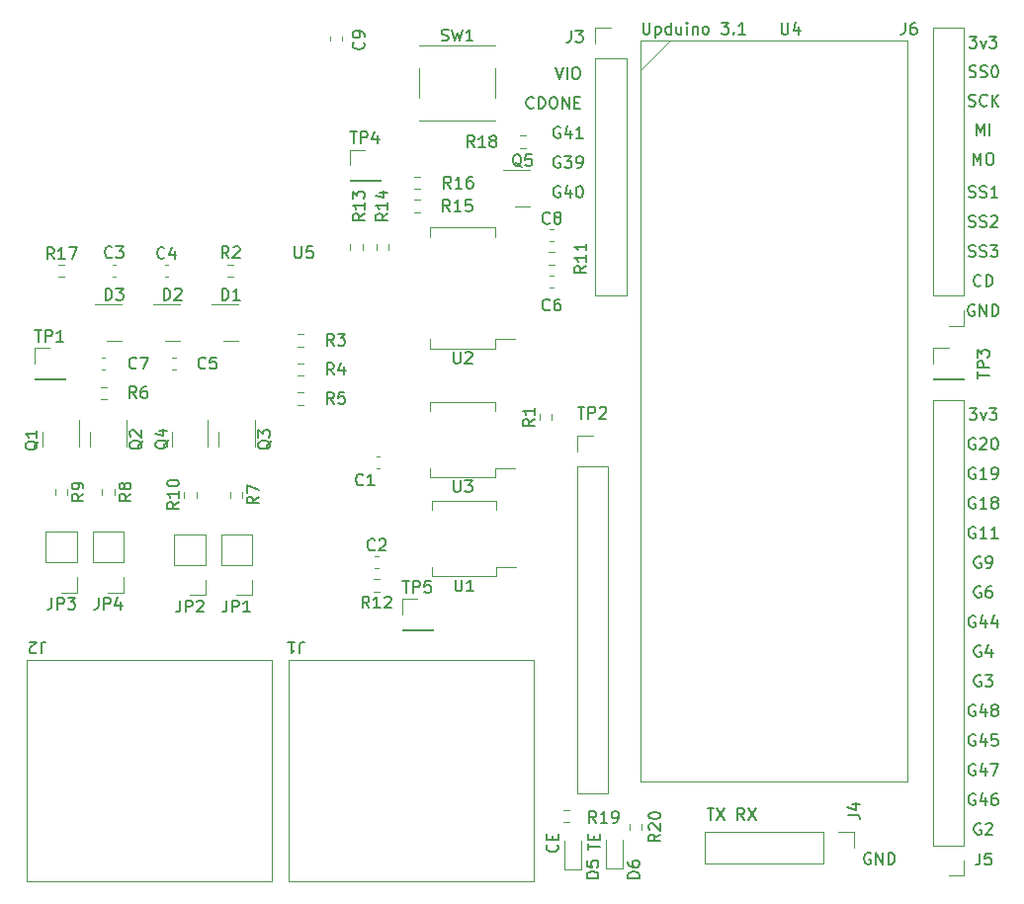
<source format=gbr>
%TF.GenerationSoftware,KiCad,Pcbnew,6.0.11+dfsg-1*%
%TF.CreationDate,2024-04-01T21:04:22+01:00*%
%TF.ProjectId,filestick-prototype,66696c65-7374-4696-936b-2d70726f746f,rev?*%
%TF.SameCoordinates,Original*%
%TF.FileFunction,Legend,Top*%
%TF.FilePolarity,Positive*%
%FSLAX46Y46*%
G04 Gerber Fmt 4.6, Leading zero omitted, Abs format (unit mm)*
G04 Created by KiCad (PCBNEW 6.0.11+dfsg-1) date 2024-04-01 21:04:22*
%MOMM*%
%LPD*%
G01*
G04 APERTURE LIST*
%ADD10C,0.150000*%
%ADD11C,0.120000*%
G04 APERTURE END LIST*
D10*
X149439523Y-60047142D02*
X149391904Y-60094761D01*
X149249047Y-60142380D01*
X149153809Y-60142380D01*
X149010952Y-60094761D01*
X148915714Y-59999523D01*
X148868095Y-59904285D01*
X148820476Y-59713809D01*
X148820476Y-59570952D01*
X148868095Y-59380476D01*
X148915714Y-59285238D01*
X149010952Y-59190000D01*
X149153809Y-59142380D01*
X149249047Y-59142380D01*
X149391904Y-59190000D01*
X149439523Y-59237619D01*
X149868095Y-60142380D02*
X149868095Y-59142380D01*
X150106190Y-59142380D01*
X150249047Y-59190000D01*
X150344285Y-59285238D01*
X150391904Y-59380476D01*
X150439523Y-59570952D01*
X150439523Y-59713809D01*
X150391904Y-59904285D01*
X150344285Y-59999523D01*
X150249047Y-60094761D01*
X150106190Y-60142380D01*
X149868095Y-60142380D01*
X151058571Y-59142380D02*
X151249047Y-59142380D01*
X151344285Y-59190000D01*
X151439523Y-59285238D01*
X151487142Y-59475714D01*
X151487142Y-59809047D01*
X151439523Y-59999523D01*
X151344285Y-60094761D01*
X151249047Y-60142380D01*
X151058571Y-60142380D01*
X150963333Y-60094761D01*
X150868095Y-59999523D01*
X150820476Y-59809047D01*
X150820476Y-59475714D01*
X150868095Y-59285238D01*
X150963333Y-59190000D01*
X151058571Y-59142380D01*
X151915714Y-60142380D02*
X151915714Y-59142380D01*
X152487142Y-60142380D01*
X152487142Y-59142380D01*
X152963333Y-59618571D02*
X153296666Y-59618571D01*
X153439523Y-60142380D02*
X152963333Y-60142380D01*
X152963333Y-59142380D01*
X153439523Y-59142380D01*
X167473333Y-121102380D02*
X167140000Y-120626190D01*
X166901904Y-121102380D02*
X166901904Y-120102380D01*
X167282857Y-120102380D01*
X167378095Y-120150000D01*
X167425714Y-120197619D01*
X167473333Y-120292857D01*
X167473333Y-120435714D01*
X167425714Y-120530952D01*
X167378095Y-120578571D01*
X167282857Y-120626190D01*
X166901904Y-120626190D01*
X167806666Y-120102380D02*
X168473333Y-121102380D01*
X168473333Y-120102380D02*
X167806666Y-121102380D01*
X187769523Y-75287142D02*
X187721904Y-75334761D01*
X187579047Y-75382380D01*
X187483809Y-75382380D01*
X187340952Y-75334761D01*
X187245714Y-75239523D01*
X187198095Y-75144285D01*
X187150476Y-74953809D01*
X187150476Y-74810952D01*
X187198095Y-74620476D01*
X187245714Y-74525238D01*
X187340952Y-74430000D01*
X187483809Y-74382380D01*
X187579047Y-74382380D01*
X187721904Y-74430000D01*
X187769523Y-74477619D01*
X188198095Y-75382380D02*
X188198095Y-74382380D01*
X188436190Y-74382380D01*
X188579047Y-74430000D01*
X188674285Y-74525238D01*
X188721904Y-74620476D01*
X188769523Y-74810952D01*
X188769523Y-74953809D01*
X188721904Y-75144285D01*
X188674285Y-75239523D01*
X188579047Y-75334761D01*
X188436190Y-75382380D01*
X188198095Y-75382380D01*
X187269523Y-88400000D02*
X187174285Y-88352380D01*
X187031428Y-88352380D01*
X186888571Y-88400000D01*
X186793333Y-88495238D01*
X186745714Y-88590476D01*
X186698095Y-88780952D01*
X186698095Y-88923809D01*
X186745714Y-89114285D01*
X186793333Y-89209523D01*
X186888571Y-89304761D01*
X187031428Y-89352380D01*
X187126666Y-89352380D01*
X187269523Y-89304761D01*
X187317142Y-89257142D01*
X187317142Y-88923809D01*
X187126666Y-88923809D01*
X187698095Y-88447619D02*
X187745714Y-88400000D01*
X187840952Y-88352380D01*
X188079047Y-88352380D01*
X188174285Y-88400000D01*
X188221904Y-88447619D01*
X188269523Y-88542857D01*
X188269523Y-88638095D01*
X188221904Y-88780952D01*
X187650476Y-89352380D01*
X188269523Y-89352380D01*
X188888571Y-88352380D02*
X188983809Y-88352380D01*
X189079047Y-88400000D01*
X189126666Y-88447619D01*
X189174285Y-88542857D01*
X189221904Y-88733333D01*
X189221904Y-88971428D01*
X189174285Y-89161904D01*
X189126666Y-89257142D01*
X189079047Y-89304761D01*
X188983809Y-89352380D01*
X188888571Y-89352380D01*
X188793333Y-89304761D01*
X188745714Y-89257142D01*
X188698095Y-89161904D01*
X188650476Y-88971428D01*
X188650476Y-88733333D01*
X188698095Y-88542857D01*
X188745714Y-88447619D01*
X188793333Y-88400000D01*
X188888571Y-88352380D01*
X186714285Y-59904761D02*
X186857142Y-59952380D01*
X187095238Y-59952380D01*
X187190476Y-59904761D01*
X187238095Y-59857142D01*
X187285714Y-59761904D01*
X187285714Y-59666666D01*
X187238095Y-59571428D01*
X187190476Y-59523809D01*
X187095238Y-59476190D01*
X186904761Y-59428571D01*
X186809523Y-59380952D01*
X186761904Y-59333333D01*
X186714285Y-59238095D01*
X186714285Y-59142857D01*
X186761904Y-59047619D01*
X186809523Y-59000000D01*
X186904761Y-58952380D01*
X187142857Y-58952380D01*
X187285714Y-59000000D01*
X188285714Y-59857142D02*
X188238095Y-59904761D01*
X188095238Y-59952380D01*
X188000000Y-59952380D01*
X187857142Y-59904761D01*
X187761904Y-59809523D01*
X187714285Y-59714285D01*
X187666666Y-59523809D01*
X187666666Y-59380952D01*
X187714285Y-59190476D01*
X187761904Y-59095238D01*
X187857142Y-59000000D01*
X188000000Y-58952380D01*
X188095238Y-58952380D01*
X188238095Y-59000000D01*
X188285714Y-59047619D01*
X188714285Y-59952380D02*
X188714285Y-58952380D01*
X189285714Y-59952380D02*
X188857142Y-59380952D01*
X189285714Y-58952380D02*
X188714285Y-59523809D01*
X151709523Y-64270000D02*
X151614285Y-64222380D01*
X151471428Y-64222380D01*
X151328571Y-64270000D01*
X151233333Y-64365238D01*
X151185714Y-64460476D01*
X151138095Y-64650952D01*
X151138095Y-64793809D01*
X151185714Y-64984285D01*
X151233333Y-65079523D01*
X151328571Y-65174761D01*
X151471428Y-65222380D01*
X151566666Y-65222380D01*
X151709523Y-65174761D01*
X151757142Y-65127142D01*
X151757142Y-64793809D01*
X151566666Y-64793809D01*
X152090476Y-64222380D02*
X152709523Y-64222380D01*
X152376190Y-64603333D01*
X152519047Y-64603333D01*
X152614285Y-64650952D01*
X152661904Y-64698571D01*
X152709523Y-64793809D01*
X152709523Y-65031904D01*
X152661904Y-65127142D01*
X152614285Y-65174761D01*
X152519047Y-65222380D01*
X152233333Y-65222380D01*
X152138095Y-65174761D01*
X152090476Y-65127142D01*
X153185714Y-65222380D02*
X153376190Y-65222380D01*
X153471428Y-65174761D01*
X153519047Y-65127142D01*
X153614285Y-64984285D01*
X153661904Y-64793809D01*
X153661904Y-64412857D01*
X153614285Y-64317619D01*
X153566666Y-64270000D01*
X153471428Y-64222380D01*
X153280952Y-64222380D01*
X153185714Y-64270000D01*
X153138095Y-64317619D01*
X153090476Y-64412857D01*
X153090476Y-64650952D01*
X153138095Y-64746190D01*
X153185714Y-64793809D01*
X153280952Y-64841428D01*
X153471428Y-64841428D01*
X153566666Y-64793809D01*
X153614285Y-64746190D01*
X153661904Y-64650952D01*
X187745714Y-98560000D02*
X187650476Y-98512380D01*
X187507619Y-98512380D01*
X187364761Y-98560000D01*
X187269523Y-98655238D01*
X187221904Y-98750476D01*
X187174285Y-98940952D01*
X187174285Y-99083809D01*
X187221904Y-99274285D01*
X187269523Y-99369523D01*
X187364761Y-99464761D01*
X187507619Y-99512380D01*
X187602857Y-99512380D01*
X187745714Y-99464761D01*
X187793333Y-99417142D01*
X187793333Y-99083809D01*
X187602857Y-99083809D01*
X188269523Y-99512380D02*
X188460000Y-99512380D01*
X188555238Y-99464761D01*
X188602857Y-99417142D01*
X188698095Y-99274285D01*
X188745714Y-99083809D01*
X188745714Y-98702857D01*
X188698095Y-98607619D01*
X188650476Y-98560000D01*
X188555238Y-98512380D01*
X188364761Y-98512380D01*
X188269523Y-98560000D01*
X188221904Y-98607619D01*
X188174285Y-98702857D01*
X188174285Y-98940952D01*
X188221904Y-99036190D01*
X188269523Y-99083809D01*
X188364761Y-99131428D01*
X188555238Y-99131428D01*
X188650476Y-99083809D01*
X188698095Y-99036190D01*
X188745714Y-98940952D01*
X187198095Y-76970000D02*
X187102857Y-76922380D01*
X186960000Y-76922380D01*
X186817142Y-76970000D01*
X186721904Y-77065238D01*
X186674285Y-77160476D01*
X186626666Y-77350952D01*
X186626666Y-77493809D01*
X186674285Y-77684285D01*
X186721904Y-77779523D01*
X186817142Y-77874761D01*
X186960000Y-77922380D01*
X187055238Y-77922380D01*
X187198095Y-77874761D01*
X187245714Y-77827142D01*
X187245714Y-77493809D01*
X187055238Y-77493809D01*
X187674285Y-77922380D02*
X187674285Y-76922380D01*
X188245714Y-77922380D01*
X188245714Y-76922380D01*
X188721904Y-77922380D02*
X188721904Y-76922380D01*
X188960000Y-76922380D01*
X189102857Y-76970000D01*
X189198095Y-77065238D01*
X189245714Y-77160476D01*
X189293333Y-77350952D01*
X189293333Y-77493809D01*
X189245714Y-77684285D01*
X189198095Y-77779523D01*
X189102857Y-77874761D01*
X188960000Y-77922380D01*
X188721904Y-77922380D01*
X187269523Y-90940000D02*
X187174285Y-90892380D01*
X187031428Y-90892380D01*
X186888571Y-90940000D01*
X186793333Y-91035238D01*
X186745714Y-91130476D01*
X186698095Y-91320952D01*
X186698095Y-91463809D01*
X186745714Y-91654285D01*
X186793333Y-91749523D01*
X186888571Y-91844761D01*
X187031428Y-91892380D01*
X187126666Y-91892380D01*
X187269523Y-91844761D01*
X187317142Y-91797142D01*
X187317142Y-91463809D01*
X187126666Y-91463809D01*
X188269523Y-91892380D02*
X187698095Y-91892380D01*
X187983809Y-91892380D02*
X187983809Y-90892380D01*
X187888571Y-91035238D01*
X187793333Y-91130476D01*
X187698095Y-91178095D01*
X188745714Y-91892380D02*
X188936190Y-91892380D01*
X189031428Y-91844761D01*
X189079047Y-91797142D01*
X189174285Y-91654285D01*
X189221904Y-91463809D01*
X189221904Y-91082857D01*
X189174285Y-90987619D01*
X189126666Y-90940000D01*
X189031428Y-90892380D01*
X188840952Y-90892380D01*
X188745714Y-90940000D01*
X188698095Y-90987619D01*
X188650476Y-91082857D01*
X188650476Y-91320952D01*
X188698095Y-91416190D01*
X188745714Y-91463809D01*
X188840952Y-91511428D01*
X189031428Y-91511428D01*
X189126666Y-91463809D01*
X189174285Y-91416190D01*
X189221904Y-91320952D01*
X151457142Y-123242857D02*
X151504761Y-123290476D01*
X151552380Y-123433333D01*
X151552380Y-123528571D01*
X151504761Y-123671428D01*
X151409523Y-123766666D01*
X151314285Y-123814285D01*
X151123809Y-123861904D01*
X150980952Y-123861904D01*
X150790476Y-123814285D01*
X150695238Y-123766666D01*
X150600000Y-123671428D01*
X150552380Y-123528571D01*
X150552380Y-123433333D01*
X150600000Y-123290476D01*
X150647619Y-123242857D01*
X151028571Y-122814285D02*
X151028571Y-122480952D01*
X151552380Y-122338095D02*
X151552380Y-122814285D01*
X150552380Y-122814285D01*
X150552380Y-122338095D01*
X178308095Y-123960000D02*
X178212857Y-123912380D01*
X178070000Y-123912380D01*
X177927142Y-123960000D01*
X177831904Y-124055238D01*
X177784285Y-124150476D01*
X177736666Y-124340952D01*
X177736666Y-124483809D01*
X177784285Y-124674285D01*
X177831904Y-124769523D01*
X177927142Y-124864761D01*
X178070000Y-124912380D01*
X178165238Y-124912380D01*
X178308095Y-124864761D01*
X178355714Y-124817142D01*
X178355714Y-124483809D01*
X178165238Y-124483809D01*
X178784285Y-124912380D02*
X178784285Y-123912380D01*
X179355714Y-124912380D01*
X179355714Y-123912380D01*
X179831904Y-124912380D02*
X179831904Y-123912380D01*
X180070000Y-123912380D01*
X180212857Y-123960000D01*
X180308095Y-124055238D01*
X180355714Y-124150476D01*
X180403333Y-124340952D01*
X180403333Y-124483809D01*
X180355714Y-124674285D01*
X180308095Y-124769523D01*
X180212857Y-124864761D01*
X180070000Y-124912380D01*
X179831904Y-124912380D01*
X187745714Y-106180000D02*
X187650476Y-106132380D01*
X187507619Y-106132380D01*
X187364761Y-106180000D01*
X187269523Y-106275238D01*
X187221904Y-106370476D01*
X187174285Y-106560952D01*
X187174285Y-106703809D01*
X187221904Y-106894285D01*
X187269523Y-106989523D01*
X187364761Y-107084761D01*
X187507619Y-107132380D01*
X187602857Y-107132380D01*
X187745714Y-107084761D01*
X187793333Y-107037142D01*
X187793333Y-106703809D01*
X187602857Y-106703809D01*
X188650476Y-106465714D02*
X188650476Y-107132380D01*
X188412380Y-106084761D02*
X188174285Y-106799047D01*
X188793333Y-106799047D01*
X187269523Y-96020000D02*
X187174285Y-95972380D01*
X187031428Y-95972380D01*
X186888571Y-96020000D01*
X186793333Y-96115238D01*
X186745714Y-96210476D01*
X186698095Y-96400952D01*
X186698095Y-96543809D01*
X186745714Y-96734285D01*
X186793333Y-96829523D01*
X186888571Y-96924761D01*
X187031428Y-96972380D01*
X187126666Y-96972380D01*
X187269523Y-96924761D01*
X187317142Y-96877142D01*
X187317142Y-96543809D01*
X187126666Y-96543809D01*
X188269523Y-96972380D02*
X187698095Y-96972380D01*
X187983809Y-96972380D02*
X187983809Y-95972380D01*
X187888571Y-96115238D01*
X187793333Y-96210476D01*
X187698095Y-96258095D01*
X189221904Y-96972380D02*
X188650476Y-96972380D01*
X188936190Y-96972380D02*
X188936190Y-95972380D01*
X188840952Y-96115238D01*
X188745714Y-96210476D01*
X188650476Y-96258095D01*
X187102857Y-64952380D02*
X187102857Y-63952380D01*
X187436190Y-64666666D01*
X187769523Y-63952380D01*
X187769523Y-64952380D01*
X188436190Y-63952380D02*
X188626666Y-63952380D01*
X188721904Y-64000000D01*
X188817142Y-64095238D01*
X188864761Y-64285714D01*
X188864761Y-64619047D01*
X188817142Y-64809523D01*
X188721904Y-64904761D01*
X188626666Y-64952380D01*
X188436190Y-64952380D01*
X188340952Y-64904761D01*
X188245714Y-64809523D01*
X188198095Y-64619047D01*
X188198095Y-64285714D01*
X188245714Y-64095238D01*
X188340952Y-64000000D01*
X188436190Y-63952380D01*
X186721904Y-67714761D02*
X186864761Y-67762380D01*
X187102857Y-67762380D01*
X187198095Y-67714761D01*
X187245714Y-67667142D01*
X187293333Y-67571904D01*
X187293333Y-67476666D01*
X187245714Y-67381428D01*
X187198095Y-67333809D01*
X187102857Y-67286190D01*
X186912380Y-67238571D01*
X186817142Y-67190952D01*
X186769523Y-67143333D01*
X186721904Y-67048095D01*
X186721904Y-66952857D01*
X186769523Y-66857619D01*
X186817142Y-66810000D01*
X186912380Y-66762380D01*
X187150476Y-66762380D01*
X187293333Y-66810000D01*
X187674285Y-67714761D02*
X187817142Y-67762380D01*
X188055238Y-67762380D01*
X188150476Y-67714761D01*
X188198095Y-67667142D01*
X188245714Y-67571904D01*
X188245714Y-67476666D01*
X188198095Y-67381428D01*
X188150476Y-67333809D01*
X188055238Y-67286190D01*
X187864761Y-67238571D01*
X187769523Y-67190952D01*
X187721904Y-67143333D01*
X187674285Y-67048095D01*
X187674285Y-66952857D01*
X187721904Y-66857619D01*
X187769523Y-66810000D01*
X187864761Y-66762380D01*
X188102857Y-66762380D01*
X188245714Y-66810000D01*
X189198095Y-67762380D02*
X188626666Y-67762380D01*
X188912380Y-67762380D02*
X188912380Y-66762380D01*
X188817142Y-66905238D01*
X188721904Y-67000476D01*
X188626666Y-67048095D01*
X187269523Y-103640000D02*
X187174285Y-103592380D01*
X187031428Y-103592380D01*
X186888571Y-103640000D01*
X186793333Y-103735238D01*
X186745714Y-103830476D01*
X186698095Y-104020952D01*
X186698095Y-104163809D01*
X186745714Y-104354285D01*
X186793333Y-104449523D01*
X186888571Y-104544761D01*
X187031428Y-104592380D01*
X187126666Y-104592380D01*
X187269523Y-104544761D01*
X187317142Y-104497142D01*
X187317142Y-104163809D01*
X187126666Y-104163809D01*
X188174285Y-103925714D02*
X188174285Y-104592380D01*
X187936190Y-103544761D02*
X187698095Y-104259047D01*
X188317142Y-104259047D01*
X189126666Y-103925714D02*
X189126666Y-104592380D01*
X188888571Y-103544761D02*
X188650476Y-104259047D01*
X189269523Y-104259047D01*
X187745714Y-108720000D02*
X187650476Y-108672380D01*
X187507619Y-108672380D01*
X187364761Y-108720000D01*
X187269523Y-108815238D01*
X187221904Y-108910476D01*
X187174285Y-109100952D01*
X187174285Y-109243809D01*
X187221904Y-109434285D01*
X187269523Y-109529523D01*
X187364761Y-109624761D01*
X187507619Y-109672380D01*
X187602857Y-109672380D01*
X187745714Y-109624761D01*
X187793333Y-109577142D01*
X187793333Y-109243809D01*
X187602857Y-109243809D01*
X188126666Y-108672380D02*
X188745714Y-108672380D01*
X188412380Y-109053333D01*
X188555238Y-109053333D01*
X188650476Y-109100952D01*
X188698095Y-109148571D01*
X188745714Y-109243809D01*
X188745714Y-109481904D01*
X188698095Y-109577142D01*
X188650476Y-109624761D01*
X188555238Y-109672380D01*
X188269523Y-109672380D01*
X188174285Y-109624761D01*
X188126666Y-109577142D01*
X187269523Y-111260000D02*
X187174285Y-111212380D01*
X187031428Y-111212380D01*
X186888571Y-111260000D01*
X186793333Y-111355238D01*
X186745714Y-111450476D01*
X186698095Y-111640952D01*
X186698095Y-111783809D01*
X186745714Y-111974285D01*
X186793333Y-112069523D01*
X186888571Y-112164761D01*
X187031428Y-112212380D01*
X187126666Y-112212380D01*
X187269523Y-112164761D01*
X187317142Y-112117142D01*
X187317142Y-111783809D01*
X187126666Y-111783809D01*
X188174285Y-111545714D02*
X188174285Y-112212380D01*
X187936190Y-111164761D02*
X187698095Y-111879047D01*
X188317142Y-111879047D01*
X188840952Y-111640952D02*
X188745714Y-111593333D01*
X188698095Y-111545714D01*
X188650476Y-111450476D01*
X188650476Y-111402857D01*
X188698095Y-111307619D01*
X188745714Y-111260000D01*
X188840952Y-111212380D01*
X189031428Y-111212380D01*
X189126666Y-111260000D01*
X189174285Y-111307619D01*
X189221904Y-111402857D01*
X189221904Y-111450476D01*
X189174285Y-111545714D01*
X189126666Y-111593333D01*
X189031428Y-111640952D01*
X188840952Y-111640952D01*
X188745714Y-111688571D01*
X188698095Y-111736190D01*
X188650476Y-111831428D01*
X188650476Y-112021904D01*
X188698095Y-112117142D01*
X188745714Y-112164761D01*
X188840952Y-112212380D01*
X189031428Y-112212380D01*
X189126666Y-112164761D01*
X189174285Y-112117142D01*
X189221904Y-112021904D01*
X189221904Y-111831428D01*
X189174285Y-111736190D01*
X189126666Y-111688571D01*
X189031428Y-111640952D01*
X186721904Y-72794761D02*
X186864761Y-72842380D01*
X187102857Y-72842380D01*
X187198095Y-72794761D01*
X187245714Y-72747142D01*
X187293333Y-72651904D01*
X187293333Y-72556666D01*
X187245714Y-72461428D01*
X187198095Y-72413809D01*
X187102857Y-72366190D01*
X186912380Y-72318571D01*
X186817142Y-72270952D01*
X186769523Y-72223333D01*
X186721904Y-72128095D01*
X186721904Y-72032857D01*
X186769523Y-71937619D01*
X186817142Y-71890000D01*
X186912380Y-71842380D01*
X187150476Y-71842380D01*
X187293333Y-71890000D01*
X187674285Y-72794761D02*
X187817142Y-72842380D01*
X188055238Y-72842380D01*
X188150476Y-72794761D01*
X188198095Y-72747142D01*
X188245714Y-72651904D01*
X188245714Y-72556666D01*
X188198095Y-72461428D01*
X188150476Y-72413809D01*
X188055238Y-72366190D01*
X187864761Y-72318571D01*
X187769523Y-72270952D01*
X187721904Y-72223333D01*
X187674285Y-72128095D01*
X187674285Y-72032857D01*
X187721904Y-71937619D01*
X187769523Y-71890000D01*
X187864761Y-71842380D01*
X188102857Y-71842380D01*
X188245714Y-71890000D01*
X188579047Y-71842380D02*
X189198095Y-71842380D01*
X188864761Y-72223333D01*
X189007619Y-72223333D01*
X189102857Y-72270952D01*
X189150476Y-72318571D01*
X189198095Y-72413809D01*
X189198095Y-72651904D01*
X189150476Y-72747142D01*
X189102857Y-72794761D01*
X189007619Y-72842380D01*
X188721904Y-72842380D01*
X188626666Y-72794761D01*
X188579047Y-72747142D01*
X187269523Y-113800000D02*
X187174285Y-113752380D01*
X187031428Y-113752380D01*
X186888571Y-113800000D01*
X186793333Y-113895238D01*
X186745714Y-113990476D01*
X186698095Y-114180952D01*
X186698095Y-114323809D01*
X186745714Y-114514285D01*
X186793333Y-114609523D01*
X186888571Y-114704761D01*
X187031428Y-114752380D01*
X187126666Y-114752380D01*
X187269523Y-114704761D01*
X187317142Y-114657142D01*
X187317142Y-114323809D01*
X187126666Y-114323809D01*
X188174285Y-114085714D02*
X188174285Y-114752380D01*
X187936190Y-113704761D02*
X187698095Y-114419047D01*
X188317142Y-114419047D01*
X189174285Y-113752380D02*
X188698095Y-113752380D01*
X188650476Y-114228571D01*
X188698095Y-114180952D01*
X188793333Y-114133333D01*
X189031428Y-114133333D01*
X189126666Y-114180952D01*
X189174285Y-114228571D01*
X189221904Y-114323809D01*
X189221904Y-114561904D01*
X189174285Y-114657142D01*
X189126666Y-114704761D01*
X189031428Y-114752380D01*
X188793333Y-114752380D01*
X188698095Y-114704761D01*
X188650476Y-114657142D01*
X164338095Y-120102380D02*
X164909523Y-120102380D01*
X164623809Y-121102380D02*
X164623809Y-120102380D01*
X165147619Y-120102380D02*
X165814285Y-121102380D01*
X165814285Y-120102380D02*
X165147619Y-121102380D01*
X154152380Y-123688095D02*
X154152380Y-123116666D01*
X155152380Y-123402380D02*
X154152380Y-123402380D01*
X154628571Y-122783333D02*
X154628571Y-122450000D01*
X155152380Y-122307142D02*
X155152380Y-122783333D01*
X154152380Y-122783333D01*
X154152380Y-122307142D01*
X151304761Y-56602380D02*
X151638095Y-57602380D01*
X151971428Y-56602380D01*
X152304761Y-57602380D02*
X152304761Y-56602380D01*
X152971428Y-56602380D02*
X153161904Y-56602380D01*
X153257142Y-56650000D01*
X153352380Y-56745238D01*
X153400000Y-56935714D01*
X153400000Y-57269047D01*
X153352380Y-57459523D01*
X153257142Y-57554761D01*
X153161904Y-57602380D01*
X152971428Y-57602380D01*
X152876190Y-57554761D01*
X152780952Y-57459523D01*
X152733333Y-57269047D01*
X152733333Y-56935714D01*
X152780952Y-56745238D01*
X152876190Y-56650000D01*
X152971428Y-56602380D01*
X187269523Y-116340000D02*
X187174285Y-116292380D01*
X187031428Y-116292380D01*
X186888571Y-116340000D01*
X186793333Y-116435238D01*
X186745714Y-116530476D01*
X186698095Y-116720952D01*
X186698095Y-116863809D01*
X186745714Y-117054285D01*
X186793333Y-117149523D01*
X186888571Y-117244761D01*
X187031428Y-117292380D01*
X187126666Y-117292380D01*
X187269523Y-117244761D01*
X187317142Y-117197142D01*
X187317142Y-116863809D01*
X187126666Y-116863809D01*
X188174285Y-116625714D02*
X188174285Y-117292380D01*
X187936190Y-116244761D02*
X187698095Y-116959047D01*
X188317142Y-116959047D01*
X188602857Y-116292380D02*
X189269523Y-116292380D01*
X188840952Y-117292380D01*
X151709523Y-66810000D02*
X151614285Y-66762380D01*
X151471428Y-66762380D01*
X151328571Y-66810000D01*
X151233333Y-66905238D01*
X151185714Y-67000476D01*
X151138095Y-67190952D01*
X151138095Y-67333809D01*
X151185714Y-67524285D01*
X151233333Y-67619523D01*
X151328571Y-67714761D01*
X151471428Y-67762380D01*
X151566666Y-67762380D01*
X151709523Y-67714761D01*
X151757142Y-67667142D01*
X151757142Y-67333809D01*
X151566666Y-67333809D01*
X152614285Y-67095714D02*
X152614285Y-67762380D01*
X152376190Y-66714761D02*
X152138095Y-67429047D01*
X152757142Y-67429047D01*
X153328571Y-66762380D02*
X153423809Y-66762380D01*
X153519047Y-66810000D01*
X153566666Y-66857619D01*
X153614285Y-66952857D01*
X153661904Y-67143333D01*
X153661904Y-67381428D01*
X153614285Y-67571904D01*
X153566666Y-67667142D01*
X153519047Y-67714761D01*
X153423809Y-67762380D01*
X153328571Y-67762380D01*
X153233333Y-67714761D01*
X153185714Y-67667142D01*
X153138095Y-67571904D01*
X153090476Y-67381428D01*
X153090476Y-67143333D01*
X153138095Y-66952857D01*
X153185714Y-66857619D01*
X153233333Y-66810000D01*
X153328571Y-66762380D01*
X186761904Y-57404761D02*
X186904761Y-57452380D01*
X187142857Y-57452380D01*
X187238095Y-57404761D01*
X187285714Y-57357142D01*
X187333333Y-57261904D01*
X187333333Y-57166666D01*
X187285714Y-57071428D01*
X187238095Y-57023809D01*
X187142857Y-56976190D01*
X186952380Y-56928571D01*
X186857142Y-56880952D01*
X186809523Y-56833333D01*
X186761904Y-56738095D01*
X186761904Y-56642857D01*
X186809523Y-56547619D01*
X186857142Y-56500000D01*
X186952380Y-56452380D01*
X187190476Y-56452380D01*
X187333333Y-56500000D01*
X187714285Y-57404761D02*
X187857142Y-57452380D01*
X188095238Y-57452380D01*
X188190476Y-57404761D01*
X188238095Y-57357142D01*
X188285714Y-57261904D01*
X188285714Y-57166666D01*
X188238095Y-57071428D01*
X188190476Y-57023809D01*
X188095238Y-56976190D01*
X187904761Y-56928571D01*
X187809523Y-56880952D01*
X187761904Y-56833333D01*
X187714285Y-56738095D01*
X187714285Y-56642857D01*
X187761904Y-56547619D01*
X187809523Y-56500000D01*
X187904761Y-56452380D01*
X188142857Y-56452380D01*
X188285714Y-56500000D01*
X188904761Y-56452380D02*
X189000000Y-56452380D01*
X189095238Y-56500000D01*
X189142857Y-56547619D01*
X189190476Y-56642857D01*
X189238095Y-56833333D01*
X189238095Y-57071428D01*
X189190476Y-57261904D01*
X189142857Y-57357142D01*
X189095238Y-57404761D01*
X189000000Y-57452380D01*
X188904761Y-57452380D01*
X188809523Y-57404761D01*
X188761904Y-57357142D01*
X188714285Y-57261904D01*
X188666666Y-57071428D01*
X188666666Y-56833333D01*
X188714285Y-56642857D01*
X188761904Y-56547619D01*
X188809523Y-56500000D01*
X188904761Y-56452380D01*
X187745714Y-101100000D02*
X187650476Y-101052380D01*
X187507619Y-101052380D01*
X187364761Y-101100000D01*
X187269523Y-101195238D01*
X187221904Y-101290476D01*
X187174285Y-101480952D01*
X187174285Y-101623809D01*
X187221904Y-101814285D01*
X187269523Y-101909523D01*
X187364761Y-102004761D01*
X187507619Y-102052380D01*
X187602857Y-102052380D01*
X187745714Y-102004761D01*
X187793333Y-101957142D01*
X187793333Y-101623809D01*
X187602857Y-101623809D01*
X188650476Y-101052380D02*
X188460000Y-101052380D01*
X188364761Y-101100000D01*
X188317142Y-101147619D01*
X188221904Y-101290476D01*
X188174285Y-101480952D01*
X188174285Y-101861904D01*
X188221904Y-101957142D01*
X188269523Y-102004761D01*
X188364761Y-102052380D01*
X188555238Y-102052380D01*
X188650476Y-102004761D01*
X188698095Y-101957142D01*
X188745714Y-101861904D01*
X188745714Y-101623809D01*
X188698095Y-101528571D01*
X188650476Y-101480952D01*
X188555238Y-101433333D01*
X188364761Y-101433333D01*
X188269523Y-101480952D01*
X188221904Y-101528571D01*
X188174285Y-101623809D01*
X186769523Y-85812380D02*
X187388571Y-85812380D01*
X187055238Y-86193333D01*
X187198095Y-86193333D01*
X187293333Y-86240952D01*
X187340952Y-86288571D01*
X187388571Y-86383809D01*
X187388571Y-86621904D01*
X187340952Y-86717142D01*
X187293333Y-86764761D01*
X187198095Y-86812380D01*
X186912380Y-86812380D01*
X186817142Y-86764761D01*
X186769523Y-86717142D01*
X187721904Y-86145714D02*
X187960000Y-86812380D01*
X188198095Y-86145714D01*
X188483809Y-85812380D02*
X189102857Y-85812380D01*
X188769523Y-86193333D01*
X188912380Y-86193333D01*
X189007619Y-86240952D01*
X189055238Y-86288571D01*
X189102857Y-86383809D01*
X189102857Y-86621904D01*
X189055238Y-86717142D01*
X189007619Y-86764761D01*
X188912380Y-86812380D01*
X188626666Y-86812380D01*
X188531428Y-86764761D01*
X188483809Y-86717142D01*
X187745714Y-121420000D02*
X187650476Y-121372380D01*
X187507619Y-121372380D01*
X187364761Y-121420000D01*
X187269523Y-121515238D01*
X187221904Y-121610476D01*
X187174285Y-121800952D01*
X187174285Y-121943809D01*
X187221904Y-122134285D01*
X187269523Y-122229523D01*
X187364761Y-122324761D01*
X187507619Y-122372380D01*
X187602857Y-122372380D01*
X187745714Y-122324761D01*
X187793333Y-122277142D01*
X187793333Y-121943809D01*
X187602857Y-121943809D01*
X188174285Y-121467619D02*
X188221904Y-121420000D01*
X188317142Y-121372380D01*
X188555238Y-121372380D01*
X188650476Y-121420000D01*
X188698095Y-121467619D01*
X188745714Y-121562857D01*
X188745714Y-121658095D01*
X188698095Y-121800952D01*
X188126666Y-122372380D01*
X188745714Y-122372380D01*
X187269523Y-118880000D02*
X187174285Y-118832380D01*
X187031428Y-118832380D01*
X186888571Y-118880000D01*
X186793333Y-118975238D01*
X186745714Y-119070476D01*
X186698095Y-119260952D01*
X186698095Y-119403809D01*
X186745714Y-119594285D01*
X186793333Y-119689523D01*
X186888571Y-119784761D01*
X187031428Y-119832380D01*
X187126666Y-119832380D01*
X187269523Y-119784761D01*
X187317142Y-119737142D01*
X187317142Y-119403809D01*
X187126666Y-119403809D01*
X188174285Y-119165714D02*
X188174285Y-119832380D01*
X187936190Y-118784761D02*
X187698095Y-119499047D01*
X188317142Y-119499047D01*
X189126666Y-118832380D02*
X188936190Y-118832380D01*
X188840952Y-118880000D01*
X188793333Y-118927619D01*
X188698095Y-119070476D01*
X188650476Y-119260952D01*
X188650476Y-119641904D01*
X188698095Y-119737142D01*
X188745714Y-119784761D01*
X188840952Y-119832380D01*
X189031428Y-119832380D01*
X189126666Y-119784761D01*
X189174285Y-119737142D01*
X189221904Y-119641904D01*
X189221904Y-119403809D01*
X189174285Y-119308571D01*
X189126666Y-119260952D01*
X189031428Y-119213333D01*
X188840952Y-119213333D01*
X188745714Y-119260952D01*
X188698095Y-119308571D01*
X188650476Y-119403809D01*
X151709523Y-61730000D02*
X151614285Y-61682380D01*
X151471428Y-61682380D01*
X151328571Y-61730000D01*
X151233333Y-61825238D01*
X151185714Y-61920476D01*
X151138095Y-62110952D01*
X151138095Y-62253809D01*
X151185714Y-62444285D01*
X151233333Y-62539523D01*
X151328571Y-62634761D01*
X151471428Y-62682380D01*
X151566666Y-62682380D01*
X151709523Y-62634761D01*
X151757142Y-62587142D01*
X151757142Y-62253809D01*
X151566666Y-62253809D01*
X152614285Y-62015714D02*
X152614285Y-62682380D01*
X152376190Y-61634761D02*
X152138095Y-62349047D01*
X152757142Y-62349047D01*
X153661904Y-62682380D02*
X153090476Y-62682380D01*
X153376190Y-62682380D02*
X153376190Y-61682380D01*
X153280952Y-61825238D01*
X153185714Y-61920476D01*
X153090476Y-61968095D01*
X187269523Y-93480000D02*
X187174285Y-93432380D01*
X187031428Y-93432380D01*
X186888571Y-93480000D01*
X186793333Y-93575238D01*
X186745714Y-93670476D01*
X186698095Y-93860952D01*
X186698095Y-94003809D01*
X186745714Y-94194285D01*
X186793333Y-94289523D01*
X186888571Y-94384761D01*
X187031428Y-94432380D01*
X187126666Y-94432380D01*
X187269523Y-94384761D01*
X187317142Y-94337142D01*
X187317142Y-94003809D01*
X187126666Y-94003809D01*
X188269523Y-94432380D02*
X187698095Y-94432380D01*
X187983809Y-94432380D02*
X187983809Y-93432380D01*
X187888571Y-93575238D01*
X187793333Y-93670476D01*
X187698095Y-93718095D01*
X188840952Y-93860952D02*
X188745714Y-93813333D01*
X188698095Y-93765714D01*
X188650476Y-93670476D01*
X188650476Y-93622857D01*
X188698095Y-93527619D01*
X188745714Y-93480000D01*
X188840952Y-93432380D01*
X189031428Y-93432380D01*
X189126666Y-93480000D01*
X189174285Y-93527619D01*
X189221904Y-93622857D01*
X189221904Y-93670476D01*
X189174285Y-93765714D01*
X189126666Y-93813333D01*
X189031428Y-93860952D01*
X188840952Y-93860952D01*
X188745714Y-93908571D01*
X188698095Y-93956190D01*
X188650476Y-94051428D01*
X188650476Y-94241904D01*
X188698095Y-94337142D01*
X188745714Y-94384761D01*
X188840952Y-94432380D01*
X189031428Y-94432380D01*
X189126666Y-94384761D01*
X189174285Y-94337142D01*
X189221904Y-94241904D01*
X189221904Y-94051428D01*
X189174285Y-93956190D01*
X189126666Y-93908571D01*
X189031428Y-93860952D01*
X186721904Y-70254761D02*
X186864761Y-70302380D01*
X187102857Y-70302380D01*
X187198095Y-70254761D01*
X187245714Y-70207142D01*
X187293333Y-70111904D01*
X187293333Y-70016666D01*
X187245714Y-69921428D01*
X187198095Y-69873809D01*
X187102857Y-69826190D01*
X186912380Y-69778571D01*
X186817142Y-69730952D01*
X186769523Y-69683333D01*
X186721904Y-69588095D01*
X186721904Y-69492857D01*
X186769523Y-69397619D01*
X186817142Y-69350000D01*
X186912380Y-69302380D01*
X187150476Y-69302380D01*
X187293333Y-69350000D01*
X187674285Y-70254761D02*
X187817142Y-70302380D01*
X188055238Y-70302380D01*
X188150476Y-70254761D01*
X188198095Y-70207142D01*
X188245714Y-70111904D01*
X188245714Y-70016666D01*
X188198095Y-69921428D01*
X188150476Y-69873809D01*
X188055238Y-69826190D01*
X187864761Y-69778571D01*
X187769523Y-69730952D01*
X187721904Y-69683333D01*
X187674285Y-69588095D01*
X187674285Y-69492857D01*
X187721904Y-69397619D01*
X187769523Y-69350000D01*
X187864761Y-69302380D01*
X188102857Y-69302380D01*
X188245714Y-69350000D01*
X188626666Y-69397619D02*
X188674285Y-69350000D01*
X188769523Y-69302380D01*
X189007619Y-69302380D01*
X189102857Y-69350000D01*
X189150476Y-69397619D01*
X189198095Y-69492857D01*
X189198095Y-69588095D01*
X189150476Y-69730952D01*
X188579047Y-70302380D01*
X189198095Y-70302380D01*
X187388571Y-62452380D02*
X187388571Y-61452380D01*
X187721904Y-62166666D01*
X188055238Y-61452380D01*
X188055238Y-62452380D01*
X188531428Y-62452380D02*
X188531428Y-61452380D01*
X186769523Y-53952380D02*
X187388571Y-53952380D01*
X187055238Y-54333333D01*
X187198095Y-54333333D01*
X187293333Y-54380952D01*
X187340952Y-54428571D01*
X187388571Y-54523809D01*
X187388571Y-54761904D01*
X187340952Y-54857142D01*
X187293333Y-54904761D01*
X187198095Y-54952380D01*
X186912380Y-54952380D01*
X186817142Y-54904761D01*
X186769523Y-54857142D01*
X187721904Y-54285714D02*
X187960000Y-54952380D01*
X188198095Y-54285714D01*
X188483809Y-53952380D02*
X189102857Y-53952380D01*
X188769523Y-54333333D01*
X188912380Y-54333333D01*
X189007619Y-54380952D01*
X189055238Y-54428571D01*
X189102857Y-54523809D01*
X189102857Y-54761904D01*
X189055238Y-54857142D01*
X189007619Y-54904761D01*
X188912380Y-54952380D01*
X188626666Y-54952380D01*
X188531428Y-54904761D01*
X188483809Y-54857142D01*
%TO.C,J1*%
X129393333Y-106832619D02*
X129393333Y-106118333D01*
X129440952Y-105975476D01*
X129536190Y-105880238D01*
X129679047Y-105832619D01*
X129774285Y-105832619D01*
X128393333Y-105832619D02*
X128964761Y-105832619D01*
X128679047Y-105832619D02*
X128679047Y-106832619D01*
X128774285Y-106689761D01*
X128869523Y-106594523D01*
X128964761Y-106546904D01*
%TO.C,TP2*%
X153238095Y-85707380D02*
X153809523Y-85707380D01*
X153523809Y-86707380D02*
X153523809Y-85707380D01*
X154142857Y-86707380D02*
X154142857Y-85707380D01*
X154523809Y-85707380D01*
X154619047Y-85755000D01*
X154666666Y-85802619D01*
X154714285Y-85897857D01*
X154714285Y-86040714D01*
X154666666Y-86135952D01*
X154619047Y-86183571D01*
X154523809Y-86231190D01*
X154142857Y-86231190D01*
X155095238Y-85802619D02*
X155142857Y-85755000D01*
X155238095Y-85707380D01*
X155476190Y-85707380D01*
X155571428Y-85755000D01*
X155619047Y-85802619D01*
X155666666Y-85897857D01*
X155666666Y-85993095D01*
X155619047Y-86135952D01*
X155047619Y-86707380D01*
X155666666Y-86707380D01*
%TO.C,R5*%
X132333333Y-85452380D02*
X132000000Y-84976190D01*
X131761904Y-85452380D02*
X131761904Y-84452380D01*
X132142857Y-84452380D01*
X132238095Y-84500000D01*
X132285714Y-84547619D01*
X132333333Y-84642857D01*
X132333333Y-84785714D01*
X132285714Y-84880952D01*
X132238095Y-84928571D01*
X132142857Y-84976190D01*
X131761904Y-84976190D01*
X133238095Y-84452380D02*
X132761904Y-84452380D01*
X132714285Y-84928571D01*
X132761904Y-84880952D01*
X132857142Y-84833333D01*
X133095238Y-84833333D01*
X133190476Y-84880952D01*
X133238095Y-84928571D01*
X133285714Y-85023809D01*
X133285714Y-85261904D01*
X133238095Y-85357142D01*
X133190476Y-85404761D01*
X133095238Y-85452380D01*
X132857142Y-85452380D01*
X132761904Y-85404761D01*
X132714285Y-85357142D01*
%TO.C,C9*%
X134857142Y-54450433D02*
X134904761Y-54498052D01*
X134952380Y-54640909D01*
X134952380Y-54736147D01*
X134904761Y-54879005D01*
X134809523Y-54974243D01*
X134714285Y-55021862D01*
X134523809Y-55069481D01*
X134380952Y-55069481D01*
X134190476Y-55021862D01*
X134095238Y-54974243D01*
X134000000Y-54879005D01*
X133952380Y-54736147D01*
X133952380Y-54640909D01*
X134000000Y-54498052D01*
X134047619Y-54450433D01*
X134952380Y-53974243D02*
X134952380Y-53783767D01*
X134904761Y-53688528D01*
X134857142Y-53640909D01*
X134714285Y-53545671D01*
X134523809Y-53498052D01*
X134142857Y-53498052D01*
X134047619Y-53545671D01*
X134000000Y-53593290D01*
X133952380Y-53688528D01*
X133952380Y-53879005D01*
X134000000Y-53974243D01*
X134047619Y-54021862D01*
X134142857Y-54069481D01*
X134380952Y-54069481D01*
X134476190Y-54021862D01*
X134523809Y-53974243D01*
X134571428Y-53879005D01*
X134571428Y-53688528D01*
X134523809Y-53593290D01*
X134476190Y-53545671D01*
X134380952Y-53498052D01*
%TO.C,C8*%
X150833333Y-69927142D02*
X150785714Y-69974761D01*
X150642857Y-70022380D01*
X150547619Y-70022380D01*
X150404761Y-69974761D01*
X150309523Y-69879523D01*
X150261904Y-69784285D01*
X150214285Y-69593809D01*
X150214285Y-69450952D01*
X150261904Y-69260476D01*
X150309523Y-69165238D01*
X150404761Y-69070000D01*
X150547619Y-69022380D01*
X150642857Y-69022380D01*
X150785714Y-69070000D01*
X150833333Y-69117619D01*
X151404761Y-69450952D02*
X151309523Y-69403333D01*
X151261904Y-69355714D01*
X151214285Y-69260476D01*
X151214285Y-69212857D01*
X151261904Y-69117619D01*
X151309523Y-69070000D01*
X151404761Y-69022380D01*
X151595238Y-69022380D01*
X151690476Y-69070000D01*
X151738095Y-69117619D01*
X151785714Y-69212857D01*
X151785714Y-69260476D01*
X151738095Y-69355714D01*
X151690476Y-69403333D01*
X151595238Y-69450952D01*
X151404761Y-69450952D01*
X151309523Y-69498571D01*
X151261904Y-69546190D01*
X151214285Y-69641428D01*
X151214285Y-69831904D01*
X151261904Y-69927142D01*
X151309523Y-69974761D01*
X151404761Y-70022380D01*
X151595238Y-70022380D01*
X151690476Y-69974761D01*
X151738095Y-69927142D01*
X151785714Y-69831904D01*
X151785714Y-69641428D01*
X151738095Y-69546190D01*
X151690476Y-69498571D01*
X151595238Y-69450952D01*
%TO.C,TP3*%
X187452380Y-83261904D02*
X187452380Y-82690476D01*
X188452380Y-82976190D02*
X187452380Y-82976190D01*
X188452380Y-82357142D02*
X187452380Y-82357142D01*
X187452380Y-81976190D01*
X187500000Y-81880952D01*
X187547619Y-81833333D01*
X187642857Y-81785714D01*
X187785714Y-81785714D01*
X187880952Y-81833333D01*
X187928571Y-81880952D01*
X187976190Y-81976190D01*
X187976190Y-82357142D01*
X187452380Y-81452380D02*
X187452380Y-80833333D01*
X187833333Y-81166666D01*
X187833333Y-81023809D01*
X187880952Y-80928571D01*
X187928571Y-80880952D01*
X188023809Y-80833333D01*
X188261904Y-80833333D01*
X188357142Y-80880952D01*
X188404761Y-80928571D01*
X188452380Y-81023809D01*
X188452380Y-81309523D01*
X188404761Y-81404761D01*
X188357142Y-81452380D01*
%TO.C,JP1*%
X123166666Y-102282380D02*
X123166666Y-102996666D01*
X123119047Y-103139523D01*
X123023809Y-103234761D01*
X122880952Y-103282380D01*
X122785714Y-103282380D01*
X123642857Y-103282380D02*
X123642857Y-102282380D01*
X124023809Y-102282380D01*
X124119047Y-102330000D01*
X124166666Y-102377619D01*
X124214285Y-102472857D01*
X124214285Y-102615714D01*
X124166666Y-102710952D01*
X124119047Y-102758571D01*
X124023809Y-102806190D01*
X123642857Y-102806190D01*
X125166666Y-103282380D02*
X124595238Y-103282380D01*
X124880952Y-103282380D02*
X124880952Y-102282380D01*
X124785714Y-102425238D01*
X124690476Y-102520476D01*
X124595238Y-102568095D01*
%TO.C,C6*%
X150833333Y-77357142D02*
X150785714Y-77404761D01*
X150642857Y-77452380D01*
X150547619Y-77452380D01*
X150404761Y-77404761D01*
X150309523Y-77309523D01*
X150261904Y-77214285D01*
X150214285Y-77023809D01*
X150214285Y-76880952D01*
X150261904Y-76690476D01*
X150309523Y-76595238D01*
X150404761Y-76500000D01*
X150547619Y-76452380D01*
X150642857Y-76452380D01*
X150785714Y-76500000D01*
X150833333Y-76547619D01*
X151690476Y-76452380D02*
X151500000Y-76452380D01*
X151404761Y-76500000D01*
X151357142Y-76547619D01*
X151261904Y-76690476D01*
X151214285Y-76880952D01*
X151214285Y-77261904D01*
X151261904Y-77357142D01*
X151309523Y-77404761D01*
X151404761Y-77452380D01*
X151595238Y-77452380D01*
X151690476Y-77404761D01*
X151738095Y-77357142D01*
X151785714Y-77261904D01*
X151785714Y-77023809D01*
X151738095Y-76928571D01*
X151690476Y-76880952D01*
X151595238Y-76833333D01*
X151404761Y-76833333D01*
X151309523Y-76880952D01*
X151261904Y-76928571D01*
X151214285Y-77023809D01*
%TO.C,R1*%
X149522380Y-86754166D02*
X149046190Y-87087500D01*
X149522380Y-87325595D02*
X148522380Y-87325595D01*
X148522380Y-86944642D01*
X148570000Y-86849404D01*
X148617619Y-86801785D01*
X148712857Y-86754166D01*
X148855714Y-86754166D01*
X148950952Y-86801785D01*
X148998571Y-86849404D01*
X149046190Y-86944642D01*
X149046190Y-87325595D01*
X149522380Y-85801785D02*
X149522380Y-86373214D01*
X149522380Y-86087500D02*
X148522380Y-86087500D01*
X148665238Y-86182738D01*
X148760476Y-86277976D01*
X148808095Y-86373214D01*
%TO.C,C7*%
X115420833Y-82357142D02*
X115373214Y-82404761D01*
X115230357Y-82452380D01*
X115135119Y-82452380D01*
X114992261Y-82404761D01*
X114897023Y-82309523D01*
X114849404Y-82214285D01*
X114801785Y-82023809D01*
X114801785Y-81880952D01*
X114849404Y-81690476D01*
X114897023Y-81595238D01*
X114992261Y-81500000D01*
X115135119Y-81452380D01*
X115230357Y-81452380D01*
X115373214Y-81500000D01*
X115420833Y-81547619D01*
X115754166Y-81452380D02*
X116420833Y-81452380D01*
X115992261Y-82452380D01*
%TO.C,R12*%
X135357142Y-102952380D02*
X135023809Y-102476190D01*
X134785714Y-102952380D02*
X134785714Y-101952380D01*
X135166666Y-101952380D01*
X135261904Y-102000000D01*
X135309523Y-102047619D01*
X135357142Y-102142857D01*
X135357142Y-102285714D01*
X135309523Y-102380952D01*
X135261904Y-102428571D01*
X135166666Y-102476190D01*
X134785714Y-102476190D01*
X136309523Y-102952380D02*
X135738095Y-102952380D01*
X136023809Y-102952380D02*
X136023809Y-101952380D01*
X135928571Y-102095238D01*
X135833333Y-102190476D01*
X135738095Y-102238095D01*
X136690476Y-102047619D02*
X136738095Y-102000000D01*
X136833333Y-101952380D01*
X137071428Y-101952380D01*
X137166666Y-102000000D01*
X137214285Y-102047619D01*
X137261904Y-102142857D01*
X137261904Y-102238095D01*
X137214285Y-102380952D01*
X136642857Y-102952380D01*
X137261904Y-102952380D01*
%TO.C,R14*%
X136952380Y-69142857D02*
X136476190Y-69476190D01*
X136952380Y-69714285D02*
X135952380Y-69714285D01*
X135952380Y-69333333D01*
X136000000Y-69238095D01*
X136047619Y-69190476D01*
X136142857Y-69142857D01*
X136285714Y-69142857D01*
X136380952Y-69190476D01*
X136428571Y-69238095D01*
X136476190Y-69333333D01*
X136476190Y-69714285D01*
X136952380Y-68190476D02*
X136952380Y-68761904D01*
X136952380Y-68476190D02*
X135952380Y-68476190D01*
X136095238Y-68571428D01*
X136190476Y-68666666D01*
X136238095Y-68761904D01*
X136285714Y-67333333D02*
X136952380Y-67333333D01*
X135904761Y-67571428D02*
X136619047Y-67809523D01*
X136619047Y-67190476D01*
%TO.C,C2*%
X135833333Y-97927142D02*
X135785714Y-97974761D01*
X135642857Y-98022380D01*
X135547619Y-98022380D01*
X135404761Y-97974761D01*
X135309523Y-97879523D01*
X135261904Y-97784285D01*
X135214285Y-97593809D01*
X135214285Y-97450952D01*
X135261904Y-97260476D01*
X135309523Y-97165238D01*
X135404761Y-97070000D01*
X135547619Y-97022380D01*
X135642857Y-97022380D01*
X135785714Y-97070000D01*
X135833333Y-97117619D01*
X136214285Y-97117619D02*
X136261904Y-97070000D01*
X136357142Y-97022380D01*
X136595238Y-97022380D01*
X136690476Y-97070000D01*
X136738095Y-97117619D01*
X136785714Y-97212857D01*
X136785714Y-97308095D01*
X136738095Y-97450952D01*
X136166666Y-98022380D01*
X136785714Y-98022380D01*
%TO.C,R19*%
X154807142Y-121352380D02*
X154473809Y-120876190D01*
X154235714Y-121352380D02*
X154235714Y-120352380D01*
X154616666Y-120352380D01*
X154711904Y-120400000D01*
X154759523Y-120447619D01*
X154807142Y-120542857D01*
X154807142Y-120685714D01*
X154759523Y-120780952D01*
X154711904Y-120828571D01*
X154616666Y-120876190D01*
X154235714Y-120876190D01*
X155759523Y-121352380D02*
X155188095Y-121352380D01*
X155473809Y-121352380D02*
X155473809Y-120352380D01*
X155378571Y-120495238D01*
X155283333Y-120590476D01*
X155188095Y-120638095D01*
X156235714Y-121352380D02*
X156426190Y-121352380D01*
X156521428Y-121304761D01*
X156569047Y-121257142D01*
X156664285Y-121114285D01*
X156711904Y-120923809D01*
X156711904Y-120542857D01*
X156664285Y-120447619D01*
X156616666Y-120400000D01*
X156521428Y-120352380D01*
X156330952Y-120352380D01*
X156235714Y-120400000D01*
X156188095Y-120447619D01*
X156140476Y-120542857D01*
X156140476Y-120780952D01*
X156188095Y-120876190D01*
X156235714Y-120923809D01*
X156330952Y-120971428D01*
X156521428Y-120971428D01*
X156616666Y-120923809D01*
X156664285Y-120876190D01*
X156711904Y-120780952D01*
%TO.C,R9*%
X110882380Y-93166666D02*
X110406190Y-93500000D01*
X110882380Y-93738095D02*
X109882380Y-93738095D01*
X109882380Y-93357142D01*
X109930000Y-93261904D01*
X109977619Y-93214285D01*
X110072857Y-93166666D01*
X110215714Y-93166666D01*
X110310952Y-93214285D01*
X110358571Y-93261904D01*
X110406190Y-93357142D01*
X110406190Y-93738095D01*
X110882380Y-92690476D02*
X110882380Y-92500000D01*
X110834761Y-92404761D01*
X110787142Y-92357142D01*
X110644285Y-92261904D01*
X110453809Y-92214285D01*
X110072857Y-92214285D01*
X109977619Y-92261904D01*
X109930000Y-92309523D01*
X109882380Y-92404761D01*
X109882380Y-92595238D01*
X109930000Y-92690476D01*
X109977619Y-92738095D01*
X110072857Y-92785714D01*
X110310952Y-92785714D01*
X110406190Y-92738095D01*
X110453809Y-92690476D01*
X110501428Y-92595238D01*
X110501428Y-92404761D01*
X110453809Y-92309523D01*
X110406190Y-92261904D01*
X110310952Y-92214285D01*
%TO.C,R15*%
X142269642Y-68952380D02*
X141936309Y-68476190D01*
X141698214Y-68952380D02*
X141698214Y-67952380D01*
X142079166Y-67952380D01*
X142174404Y-68000000D01*
X142222023Y-68047619D01*
X142269642Y-68142857D01*
X142269642Y-68285714D01*
X142222023Y-68380952D01*
X142174404Y-68428571D01*
X142079166Y-68476190D01*
X141698214Y-68476190D01*
X143222023Y-68952380D02*
X142650595Y-68952380D01*
X142936309Y-68952380D02*
X142936309Y-67952380D01*
X142841071Y-68095238D01*
X142745833Y-68190476D01*
X142650595Y-68238095D01*
X144126785Y-67952380D02*
X143650595Y-67952380D01*
X143602976Y-68428571D01*
X143650595Y-68380952D01*
X143745833Y-68333333D01*
X143983928Y-68333333D01*
X144079166Y-68380952D01*
X144126785Y-68428571D01*
X144174404Y-68523809D01*
X144174404Y-68761904D01*
X144126785Y-68857142D01*
X144079166Y-68904761D01*
X143983928Y-68952380D01*
X143745833Y-68952380D01*
X143650595Y-68904761D01*
X143602976Y-68857142D01*
%TO.C,U2*%
X142598095Y-81002380D02*
X142598095Y-81811904D01*
X142645714Y-81907142D01*
X142693333Y-81954761D01*
X142788571Y-82002380D01*
X142979047Y-82002380D01*
X143074285Y-81954761D01*
X143121904Y-81907142D01*
X143169523Y-81811904D01*
X143169523Y-81002380D01*
X143598095Y-81097619D02*
X143645714Y-81050000D01*
X143740952Y-81002380D01*
X143979047Y-81002380D01*
X144074285Y-81050000D01*
X144121904Y-81097619D01*
X144169523Y-81192857D01*
X144169523Y-81288095D01*
X144121904Y-81430952D01*
X143550476Y-82002380D01*
X144169523Y-82002380D01*
%TO.C,J2*%
X107253333Y-106832619D02*
X107253333Y-106118333D01*
X107300952Y-105975476D01*
X107396190Y-105880238D01*
X107539047Y-105832619D01*
X107634285Y-105832619D01*
X106824761Y-106737380D02*
X106777142Y-106785000D01*
X106681904Y-106832619D01*
X106443809Y-106832619D01*
X106348571Y-106785000D01*
X106300952Y-106737380D01*
X106253333Y-106642142D01*
X106253333Y-106546904D01*
X106300952Y-106404047D01*
X106872380Y-105832619D01*
X106253333Y-105832619D01*
%TO.C,D1*%
X122761904Y-76552380D02*
X122761904Y-75552380D01*
X123000000Y-75552380D01*
X123142857Y-75600000D01*
X123238095Y-75695238D01*
X123285714Y-75790476D01*
X123333333Y-75980952D01*
X123333333Y-76123809D01*
X123285714Y-76314285D01*
X123238095Y-76409523D01*
X123142857Y-76504761D01*
X123000000Y-76552380D01*
X122761904Y-76552380D01*
X124285714Y-76552380D02*
X123714285Y-76552380D01*
X124000000Y-76552380D02*
X124000000Y-75552380D01*
X123904761Y-75695238D01*
X123809523Y-75790476D01*
X123714285Y-75838095D01*
%TO.C,Q5*%
X148404761Y-65147619D02*
X148309523Y-65100000D01*
X148214285Y-65004761D01*
X148071428Y-64861904D01*
X147976190Y-64814285D01*
X147880952Y-64814285D01*
X147928571Y-65052380D02*
X147833333Y-65004761D01*
X147738095Y-64909523D01*
X147690476Y-64719047D01*
X147690476Y-64385714D01*
X147738095Y-64195238D01*
X147833333Y-64100000D01*
X147928571Y-64052380D01*
X148119047Y-64052380D01*
X148214285Y-64100000D01*
X148309523Y-64195238D01*
X148357142Y-64385714D01*
X148357142Y-64719047D01*
X148309523Y-64909523D01*
X148214285Y-65004761D01*
X148119047Y-65052380D01*
X147928571Y-65052380D01*
X149261904Y-64052380D02*
X148785714Y-64052380D01*
X148738095Y-64528571D01*
X148785714Y-64480952D01*
X148880952Y-64433333D01*
X149119047Y-64433333D01*
X149214285Y-64480952D01*
X149261904Y-64528571D01*
X149309523Y-64623809D01*
X149309523Y-64861904D01*
X149261904Y-64957142D01*
X149214285Y-65004761D01*
X149119047Y-65052380D01*
X148880952Y-65052380D01*
X148785714Y-65004761D01*
X148738095Y-64957142D01*
%TO.C,Q2*%
X115947619Y-88595238D02*
X115900000Y-88690476D01*
X115804761Y-88785714D01*
X115661904Y-88928571D01*
X115614285Y-89023809D01*
X115614285Y-89119047D01*
X115852380Y-89071428D02*
X115804761Y-89166666D01*
X115709523Y-89261904D01*
X115519047Y-89309523D01*
X115185714Y-89309523D01*
X114995238Y-89261904D01*
X114900000Y-89166666D01*
X114852380Y-89071428D01*
X114852380Y-88880952D01*
X114900000Y-88785714D01*
X114995238Y-88690476D01*
X115185714Y-88642857D01*
X115519047Y-88642857D01*
X115709523Y-88690476D01*
X115804761Y-88785714D01*
X115852380Y-88880952D01*
X115852380Y-89071428D01*
X114947619Y-88261904D02*
X114900000Y-88214285D01*
X114852380Y-88119047D01*
X114852380Y-87880952D01*
X114900000Y-87785714D01*
X114947619Y-87738095D01*
X115042857Y-87690476D01*
X115138095Y-87690476D01*
X115280952Y-87738095D01*
X115852380Y-88309523D01*
X115852380Y-87690476D01*
%TO.C,SW1*%
X141566666Y-54304761D02*
X141709523Y-54352380D01*
X141947619Y-54352380D01*
X142042857Y-54304761D01*
X142090476Y-54257142D01*
X142138095Y-54161904D01*
X142138095Y-54066666D01*
X142090476Y-53971428D01*
X142042857Y-53923809D01*
X141947619Y-53876190D01*
X141757142Y-53828571D01*
X141661904Y-53780952D01*
X141614285Y-53733333D01*
X141566666Y-53638095D01*
X141566666Y-53542857D01*
X141614285Y-53447619D01*
X141661904Y-53400000D01*
X141757142Y-53352380D01*
X141995238Y-53352380D01*
X142138095Y-53400000D01*
X142471428Y-53352380D02*
X142709523Y-54352380D01*
X142900000Y-53638095D01*
X143090476Y-54352380D01*
X143328571Y-53352380D01*
X144233333Y-54352380D02*
X143661904Y-54352380D01*
X143947619Y-54352380D02*
X143947619Y-53352380D01*
X143852380Y-53495238D01*
X143757142Y-53590476D01*
X143661904Y-53638095D01*
%TO.C,U5*%
X128984095Y-71952380D02*
X128984095Y-72761904D01*
X129031714Y-72857142D01*
X129079333Y-72904761D01*
X129174571Y-72952380D01*
X129365047Y-72952380D01*
X129460285Y-72904761D01*
X129507904Y-72857142D01*
X129555523Y-72761904D01*
X129555523Y-71952380D01*
X130507904Y-71952380D02*
X130031714Y-71952380D01*
X129984095Y-72428571D01*
X130031714Y-72380952D01*
X130126952Y-72333333D01*
X130365047Y-72333333D01*
X130460285Y-72380952D01*
X130507904Y-72428571D01*
X130555523Y-72523809D01*
X130555523Y-72761904D01*
X130507904Y-72857142D01*
X130460285Y-72904761D01*
X130365047Y-72952380D01*
X130126952Y-72952380D01*
X130031714Y-72904761D01*
X129984095Y-72857142D01*
%TO.C,C5*%
X121333333Y-82357142D02*
X121285714Y-82404761D01*
X121142857Y-82452380D01*
X121047619Y-82452380D01*
X120904761Y-82404761D01*
X120809523Y-82309523D01*
X120761904Y-82214285D01*
X120714285Y-82023809D01*
X120714285Y-81880952D01*
X120761904Y-81690476D01*
X120809523Y-81595238D01*
X120904761Y-81500000D01*
X121047619Y-81452380D01*
X121142857Y-81452380D01*
X121285714Y-81500000D01*
X121333333Y-81547619D01*
X122238095Y-81452380D02*
X121761904Y-81452380D01*
X121714285Y-81928571D01*
X121761904Y-81880952D01*
X121857142Y-81833333D01*
X122095238Y-81833333D01*
X122190476Y-81880952D01*
X122238095Y-81928571D01*
X122285714Y-82023809D01*
X122285714Y-82261904D01*
X122238095Y-82357142D01*
X122190476Y-82404761D01*
X122095238Y-82452380D01*
X121857142Y-82452380D01*
X121761904Y-82404761D01*
X121714285Y-82357142D01*
%TO.C,J3*%
X152666666Y-53452380D02*
X152666666Y-54166666D01*
X152619047Y-54309523D01*
X152523809Y-54404761D01*
X152380952Y-54452380D01*
X152285714Y-54452380D01*
X153047619Y-53452380D02*
X153666666Y-53452380D01*
X153333333Y-53833333D01*
X153476190Y-53833333D01*
X153571428Y-53880952D01*
X153619047Y-53928571D01*
X153666666Y-54023809D01*
X153666666Y-54261904D01*
X153619047Y-54357142D01*
X153571428Y-54404761D01*
X153476190Y-54452380D01*
X153190476Y-54452380D01*
X153095238Y-54404761D01*
X153047619Y-54357142D01*
%TO.C,JP3*%
X108166666Y-102057380D02*
X108166666Y-102771666D01*
X108119047Y-102914523D01*
X108023809Y-103009761D01*
X107880952Y-103057380D01*
X107785714Y-103057380D01*
X108642857Y-103057380D02*
X108642857Y-102057380D01*
X109023809Y-102057380D01*
X109119047Y-102105000D01*
X109166666Y-102152619D01*
X109214285Y-102247857D01*
X109214285Y-102390714D01*
X109166666Y-102485952D01*
X109119047Y-102533571D01*
X109023809Y-102581190D01*
X108642857Y-102581190D01*
X109547619Y-102057380D02*
X110166666Y-102057380D01*
X109833333Y-102438333D01*
X109976190Y-102438333D01*
X110071428Y-102485952D01*
X110119047Y-102533571D01*
X110166666Y-102628809D01*
X110166666Y-102866904D01*
X110119047Y-102962142D01*
X110071428Y-103009761D01*
X109976190Y-103057380D01*
X109690476Y-103057380D01*
X109595238Y-103009761D01*
X109547619Y-102962142D01*
%TO.C,Q4*%
X118147619Y-88545238D02*
X118100000Y-88640476D01*
X118004761Y-88735714D01*
X117861904Y-88878571D01*
X117814285Y-88973809D01*
X117814285Y-89069047D01*
X118052380Y-89021428D02*
X118004761Y-89116666D01*
X117909523Y-89211904D01*
X117719047Y-89259523D01*
X117385714Y-89259523D01*
X117195238Y-89211904D01*
X117100000Y-89116666D01*
X117052380Y-89021428D01*
X117052380Y-88830952D01*
X117100000Y-88735714D01*
X117195238Y-88640476D01*
X117385714Y-88592857D01*
X117719047Y-88592857D01*
X117909523Y-88640476D01*
X118004761Y-88735714D01*
X118052380Y-88830952D01*
X118052380Y-89021428D01*
X117385714Y-87735714D02*
X118052380Y-87735714D01*
X117004761Y-87973809D02*
X117719047Y-88211904D01*
X117719047Y-87592857D01*
%TO.C,R18*%
X144357142Y-63452380D02*
X144023809Y-62976190D01*
X143785714Y-63452380D02*
X143785714Y-62452380D01*
X144166666Y-62452380D01*
X144261904Y-62500000D01*
X144309523Y-62547619D01*
X144357142Y-62642857D01*
X144357142Y-62785714D01*
X144309523Y-62880952D01*
X144261904Y-62928571D01*
X144166666Y-62976190D01*
X143785714Y-62976190D01*
X145309523Y-63452380D02*
X144738095Y-63452380D01*
X145023809Y-63452380D02*
X145023809Y-62452380D01*
X144928571Y-62595238D01*
X144833333Y-62690476D01*
X144738095Y-62738095D01*
X145880952Y-62880952D02*
X145785714Y-62833333D01*
X145738095Y-62785714D01*
X145690476Y-62690476D01*
X145690476Y-62642857D01*
X145738095Y-62547619D01*
X145785714Y-62500000D01*
X145880952Y-62452380D01*
X146071428Y-62452380D01*
X146166666Y-62500000D01*
X146214285Y-62547619D01*
X146261904Y-62642857D01*
X146261904Y-62690476D01*
X146214285Y-62785714D01*
X146166666Y-62833333D01*
X146071428Y-62880952D01*
X145880952Y-62880952D01*
X145785714Y-62928571D01*
X145738095Y-62976190D01*
X145690476Y-63071428D01*
X145690476Y-63261904D01*
X145738095Y-63357142D01*
X145785714Y-63404761D01*
X145880952Y-63452380D01*
X146071428Y-63452380D01*
X146166666Y-63404761D01*
X146214285Y-63357142D01*
X146261904Y-63261904D01*
X146261904Y-63071428D01*
X146214285Y-62976190D01*
X146166666Y-62928571D01*
X146071428Y-62880952D01*
%TO.C,R8*%
X114952380Y-93166666D02*
X114476190Y-93500000D01*
X114952380Y-93738095D02*
X113952380Y-93738095D01*
X113952380Y-93357142D01*
X114000000Y-93261904D01*
X114047619Y-93214285D01*
X114142857Y-93166666D01*
X114285714Y-93166666D01*
X114380952Y-93214285D01*
X114428571Y-93261904D01*
X114476190Y-93357142D01*
X114476190Y-93738095D01*
X114380952Y-92595238D02*
X114333333Y-92690476D01*
X114285714Y-92738095D01*
X114190476Y-92785714D01*
X114142857Y-92785714D01*
X114047619Y-92738095D01*
X114000000Y-92690476D01*
X113952380Y-92595238D01*
X113952380Y-92404761D01*
X114000000Y-92309523D01*
X114047619Y-92261904D01*
X114142857Y-92214285D01*
X114190476Y-92214285D01*
X114285714Y-92261904D01*
X114333333Y-92309523D01*
X114380952Y-92404761D01*
X114380952Y-92595238D01*
X114428571Y-92690476D01*
X114476190Y-92738095D01*
X114571428Y-92785714D01*
X114761904Y-92785714D01*
X114857142Y-92738095D01*
X114904761Y-92690476D01*
X114952380Y-92595238D01*
X114952380Y-92404761D01*
X114904761Y-92309523D01*
X114857142Y-92261904D01*
X114761904Y-92214285D01*
X114571428Y-92214285D01*
X114476190Y-92261904D01*
X114428571Y-92309523D01*
X114380952Y-92404761D01*
%TO.C,R20*%
X160302380Y-122342857D02*
X159826190Y-122676190D01*
X160302380Y-122914285D02*
X159302380Y-122914285D01*
X159302380Y-122533333D01*
X159350000Y-122438095D01*
X159397619Y-122390476D01*
X159492857Y-122342857D01*
X159635714Y-122342857D01*
X159730952Y-122390476D01*
X159778571Y-122438095D01*
X159826190Y-122533333D01*
X159826190Y-122914285D01*
X159397619Y-121961904D02*
X159350000Y-121914285D01*
X159302380Y-121819047D01*
X159302380Y-121580952D01*
X159350000Y-121485714D01*
X159397619Y-121438095D01*
X159492857Y-121390476D01*
X159588095Y-121390476D01*
X159730952Y-121438095D01*
X160302380Y-122009523D01*
X160302380Y-121390476D01*
X159302380Y-120771428D02*
X159302380Y-120676190D01*
X159350000Y-120580952D01*
X159397619Y-120533333D01*
X159492857Y-120485714D01*
X159683333Y-120438095D01*
X159921428Y-120438095D01*
X160111904Y-120485714D01*
X160207142Y-120533333D01*
X160254761Y-120580952D01*
X160302380Y-120676190D01*
X160302380Y-120771428D01*
X160254761Y-120866666D01*
X160207142Y-120914285D01*
X160111904Y-120961904D01*
X159921428Y-121009523D01*
X159683333Y-121009523D01*
X159492857Y-120961904D01*
X159397619Y-120914285D01*
X159350000Y-120866666D01*
X159302380Y-120771428D01*
%TO.C,C4*%
X117833333Y-72927142D02*
X117785714Y-72974761D01*
X117642857Y-73022380D01*
X117547619Y-73022380D01*
X117404761Y-72974761D01*
X117309523Y-72879523D01*
X117261904Y-72784285D01*
X117214285Y-72593809D01*
X117214285Y-72450952D01*
X117261904Y-72260476D01*
X117309523Y-72165238D01*
X117404761Y-72070000D01*
X117547619Y-72022380D01*
X117642857Y-72022380D01*
X117785714Y-72070000D01*
X117833333Y-72117619D01*
X118690476Y-72355714D02*
X118690476Y-73022380D01*
X118452380Y-71974761D02*
X118214285Y-72689047D01*
X118833333Y-72689047D01*
%TO.C,J5*%
X187666666Y-123952380D02*
X187666666Y-124666666D01*
X187619047Y-124809523D01*
X187523809Y-124904761D01*
X187380952Y-124952380D01*
X187285714Y-124952380D01*
X188619047Y-123952380D02*
X188142857Y-123952380D01*
X188095238Y-124428571D01*
X188142857Y-124380952D01*
X188238095Y-124333333D01*
X188476190Y-124333333D01*
X188571428Y-124380952D01*
X188619047Y-124428571D01*
X188666666Y-124523809D01*
X188666666Y-124761904D01*
X188619047Y-124857142D01*
X188571428Y-124904761D01*
X188476190Y-124952380D01*
X188238095Y-124952380D01*
X188142857Y-124904761D01*
X188095238Y-124857142D01*
%TO.C,R10*%
X119044880Y-93867857D02*
X118568690Y-94201190D01*
X119044880Y-94439285D02*
X118044880Y-94439285D01*
X118044880Y-94058333D01*
X118092500Y-93963095D01*
X118140119Y-93915476D01*
X118235357Y-93867857D01*
X118378214Y-93867857D01*
X118473452Y-93915476D01*
X118521071Y-93963095D01*
X118568690Y-94058333D01*
X118568690Y-94439285D01*
X119044880Y-92915476D02*
X119044880Y-93486904D01*
X119044880Y-93201190D02*
X118044880Y-93201190D01*
X118187738Y-93296428D01*
X118282976Y-93391666D01*
X118330595Y-93486904D01*
X118044880Y-92296428D02*
X118044880Y-92201190D01*
X118092500Y-92105952D01*
X118140119Y-92058333D01*
X118235357Y-92010714D01*
X118425833Y-91963095D01*
X118663928Y-91963095D01*
X118854404Y-92010714D01*
X118949642Y-92058333D01*
X118997261Y-92105952D01*
X119044880Y-92201190D01*
X119044880Y-92296428D01*
X118997261Y-92391666D01*
X118949642Y-92439285D01*
X118854404Y-92486904D01*
X118663928Y-92534523D01*
X118425833Y-92534523D01*
X118235357Y-92486904D01*
X118140119Y-92439285D01*
X118092500Y-92391666D01*
X118044880Y-92296428D01*
%TO.C,JP4*%
X112166666Y-102057380D02*
X112166666Y-102771666D01*
X112119047Y-102914523D01*
X112023809Y-103009761D01*
X111880952Y-103057380D01*
X111785714Y-103057380D01*
X112642857Y-103057380D02*
X112642857Y-102057380D01*
X113023809Y-102057380D01*
X113119047Y-102105000D01*
X113166666Y-102152619D01*
X113214285Y-102247857D01*
X113214285Y-102390714D01*
X113166666Y-102485952D01*
X113119047Y-102533571D01*
X113023809Y-102581190D01*
X112642857Y-102581190D01*
X114071428Y-102390714D02*
X114071428Y-103057380D01*
X113833333Y-102009761D02*
X113595238Y-102724047D01*
X114214285Y-102724047D01*
%TO.C,U4*%
X170688095Y-52792380D02*
X170688095Y-53601904D01*
X170735714Y-53697142D01*
X170783333Y-53744761D01*
X170878571Y-53792380D01*
X171069047Y-53792380D01*
X171164285Y-53744761D01*
X171211904Y-53697142D01*
X171259523Y-53601904D01*
X171259523Y-52792380D01*
X172164285Y-53125714D02*
X172164285Y-53792380D01*
X171926190Y-52744761D02*
X171688095Y-53459047D01*
X172307142Y-53459047D01*
X158814857Y-52766380D02*
X158814857Y-53575904D01*
X158862476Y-53671142D01*
X158910095Y-53718761D01*
X159005333Y-53766380D01*
X159195809Y-53766380D01*
X159291047Y-53718761D01*
X159338666Y-53671142D01*
X159386285Y-53575904D01*
X159386285Y-52766380D01*
X159862476Y-53099714D02*
X159862476Y-54099714D01*
X159862476Y-53147333D02*
X159957714Y-53099714D01*
X160148190Y-53099714D01*
X160243428Y-53147333D01*
X160291047Y-53194952D01*
X160338666Y-53290190D01*
X160338666Y-53575904D01*
X160291047Y-53671142D01*
X160243428Y-53718761D01*
X160148190Y-53766380D01*
X159957714Y-53766380D01*
X159862476Y-53718761D01*
X161195809Y-53766380D02*
X161195809Y-52766380D01*
X161195809Y-53718761D02*
X161100571Y-53766380D01*
X160910095Y-53766380D01*
X160814857Y-53718761D01*
X160767238Y-53671142D01*
X160719619Y-53575904D01*
X160719619Y-53290190D01*
X160767238Y-53194952D01*
X160814857Y-53147333D01*
X160910095Y-53099714D01*
X161100571Y-53099714D01*
X161195809Y-53147333D01*
X162100571Y-53099714D02*
X162100571Y-53766380D01*
X161672000Y-53099714D02*
X161672000Y-53623523D01*
X161719619Y-53718761D01*
X161814857Y-53766380D01*
X161957714Y-53766380D01*
X162052952Y-53718761D01*
X162100571Y-53671142D01*
X162576761Y-53766380D02*
X162576761Y-53099714D01*
X162576761Y-52766380D02*
X162529142Y-52814000D01*
X162576761Y-52861619D01*
X162624380Y-52814000D01*
X162576761Y-52766380D01*
X162576761Y-52861619D01*
X163052952Y-53099714D02*
X163052952Y-53766380D01*
X163052952Y-53194952D02*
X163100571Y-53147333D01*
X163195809Y-53099714D01*
X163338666Y-53099714D01*
X163433904Y-53147333D01*
X163481523Y-53242571D01*
X163481523Y-53766380D01*
X164100571Y-53766380D02*
X164005333Y-53718761D01*
X163957714Y-53671142D01*
X163910095Y-53575904D01*
X163910095Y-53290190D01*
X163957714Y-53194952D01*
X164005333Y-53147333D01*
X164100571Y-53099714D01*
X164243428Y-53099714D01*
X164338666Y-53147333D01*
X164386285Y-53194952D01*
X164433904Y-53290190D01*
X164433904Y-53575904D01*
X164386285Y-53671142D01*
X164338666Y-53718761D01*
X164243428Y-53766380D01*
X164100571Y-53766380D01*
X165529142Y-52766380D02*
X166148190Y-52766380D01*
X165814857Y-53147333D01*
X165957714Y-53147333D01*
X166052952Y-53194952D01*
X166100571Y-53242571D01*
X166148190Y-53337809D01*
X166148190Y-53575904D01*
X166100571Y-53671142D01*
X166052952Y-53718761D01*
X165957714Y-53766380D01*
X165672000Y-53766380D01*
X165576761Y-53718761D01*
X165529142Y-53671142D01*
X166576761Y-53671142D02*
X166624380Y-53718761D01*
X166576761Y-53766380D01*
X166529142Y-53718761D01*
X166576761Y-53671142D01*
X166576761Y-53766380D01*
X167576761Y-53766380D02*
X167005333Y-53766380D01*
X167291047Y-53766380D02*
X167291047Y-52766380D01*
X167195809Y-52909238D01*
X167100571Y-53004476D01*
X167005333Y-53052095D01*
%TO.C,Q1*%
X106997619Y-88645238D02*
X106950000Y-88740476D01*
X106854761Y-88835714D01*
X106711904Y-88978571D01*
X106664285Y-89073809D01*
X106664285Y-89169047D01*
X106902380Y-89121428D02*
X106854761Y-89216666D01*
X106759523Y-89311904D01*
X106569047Y-89359523D01*
X106235714Y-89359523D01*
X106045238Y-89311904D01*
X105950000Y-89216666D01*
X105902380Y-89121428D01*
X105902380Y-88930952D01*
X105950000Y-88835714D01*
X106045238Y-88740476D01*
X106235714Y-88692857D01*
X106569047Y-88692857D01*
X106759523Y-88740476D01*
X106854761Y-88835714D01*
X106902380Y-88930952D01*
X106902380Y-89121428D01*
X106902380Y-87740476D02*
X106902380Y-88311904D01*
X106902380Y-88026190D02*
X105902380Y-88026190D01*
X106045238Y-88121428D01*
X106140476Y-88216666D01*
X106188095Y-88311904D01*
%TO.C,R7*%
X125882380Y-93391666D02*
X125406190Y-93725000D01*
X125882380Y-93963095D02*
X124882380Y-93963095D01*
X124882380Y-93582142D01*
X124930000Y-93486904D01*
X124977619Y-93439285D01*
X125072857Y-93391666D01*
X125215714Y-93391666D01*
X125310952Y-93439285D01*
X125358571Y-93486904D01*
X125406190Y-93582142D01*
X125406190Y-93963095D01*
X124882380Y-93058333D02*
X124882380Y-92391666D01*
X125882380Y-92820238D01*
%TO.C,JP2*%
X119166666Y-102282380D02*
X119166666Y-102996666D01*
X119119047Y-103139523D01*
X119023809Y-103234761D01*
X118880952Y-103282380D01*
X118785714Y-103282380D01*
X119642857Y-103282380D02*
X119642857Y-102282380D01*
X120023809Y-102282380D01*
X120119047Y-102330000D01*
X120166666Y-102377619D01*
X120214285Y-102472857D01*
X120214285Y-102615714D01*
X120166666Y-102710952D01*
X120119047Y-102758571D01*
X120023809Y-102806190D01*
X119642857Y-102806190D01*
X120595238Y-102377619D02*
X120642857Y-102330000D01*
X120738095Y-102282380D01*
X120976190Y-102282380D01*
X121071428Y-102330000D01*
X121119047Y-102377619D01*
X121166666Y-102472857D01*
X121166666Y-102568095D01*
X121119047Y-102710952D01*
X120547619Y-103282380D01*
X121166666Y-103282380D01*
%TO.C,J6*%
X181276666Y-52792380D02*
X181276666Y-53506666D01*
X181229047Y-53649523D01*
X181133809Y-53744761D01*
X180990952Y-53792380D01*
X180895714Y-53792380D01*
X182181428Y-52792380D02*
X181990952Y-52792380D01*
X181895714Y-52840000D01*
X181848095Y-52887619D01*
X181752857Y-53030476D01*
X181705238Y-53220952D01*
X181705238Y-53601904D01*
X181752857Y-53697142D01*
X181800476Y-53744761D01*
X181895714Y-53792380D01*
X182086190Y-53792380D01*
X182181428Y-53744761D01*
X182229047Y-53697142D01*
X182276666Y-53601904D01*
X182276666Y-53363809D01*
X182229047Y-53268571D01*
X182181428Y-53220952D01*
X182086190Y-53173333D01*
X181895714Y-53173333D01*
X181800476Y-53220952D01*
X181752857Y-53268571D01*
X181705238Y-53363809D01*
%TO.C,TP4*%
X133738095Y-62122380D02*
X134309523Y-62122380D01*
X134023809Y-63122380D02*
X134023809Y-62122380D01*
X134642857Y-63122380D02*
X134642857Y-62122380D01*
X135023809Y-62122380D01*
X135119047Y-62170000D01*
X135166666Y-62217619D01*
X135214285Y-62312857D01*
X135214285Y-62455714D01*
X135166666Y-62550952D01*
X135119047Y-62598571D01*
X135023809Y-62646190D01*
X134642857Y-62646190D01*
X136071428Y-62455714D02*
X136071428Y-63122380D01*
X135833333Y-62074761D02*
X135595238Y-62789047D01*
X136214285Y-62789047D01*
%TO.C,U1*%
X142738095Y-100502380D02*
X142738095Y-101311904D01*
X142785714Y-101407142D01*
X142833333Y-101454761D01*
X142928571Y-101502380D01*
X143119047Y-101502380D01*
X143214285Y-101454761D01*
X143261904Y-101407142D01*
X143309523Y-101311904D01*
X143309523Y-100502380D01*
X144309523Y-101502380D02*
X143738095Y-101502380D01*
X144023809Y-101502380D02*
X144023809Y-100502380D01*
X143928571Y-100645238D01*
X143833333Y-100740476D01*
X143738095Y-100788095D01*
%TO.C,TP5*%
X138238095Y-100622380D02*
X138809523Y-100622380D01*
X138523809Y-101622380D02*
X138523809Y-100622380D01*
X139142857Y-101622380D02*
X139142857Y-100622380D01*
X139523809Y-100622380D01*
X139619047Y-100670000D01*
X139666666Y-100717619D01*
X139714285Y-100812857D01*
X139714285Y-100955714D01*
X139666666Y-101050952D01*
X139619047Y-101098571D01*
X139523809Y-101146190D01*
X139142857Y-101146190D01*
X140619047Y-100622380D02*
X140142857Y-100622380D01*
X140095238Y-101098571D01*
X140142857Y-101050952D01*
X140238095Y-101003333D01*
X140476190Y-101003333D01*
X140571428Y-101050952D01*
X140619047Y-101098571D01*
X140666666Y-101193809D01*
X140666666Y-101431904D01*
X140619047Y-101527142D01*
X140571428Y-101574761D01*
X140476190Y-101622380D01*
X140238095Y-101622380D01*
X140142857Y-101574761D01*
X140095238Y-101527142D01*
%TO.C,D5*%
X155002380Y-126088095D02*
X154002380Y-126088095D01*
X154002380Y-125850000D01*
X154050000Y-125707142D01*
X154145238Y-125611904D01*
X154240476Y-125564285D01*
X154430952Y-125516666D01*
X154573809Y-125516666D01*
X154764285Y-125564285D01*
X154859523Y-125611904D01*
X154954761Y-125707142D01*
X155002380Y-125850000D01*
X155002380Y-126088095D01*
X154002380Y-124611904D02*
X154002380Y-125088095D01*
X154478571Y-125135714D01*
X154430952Y-125088095D01*
X154383333Y-124992857D01*
X154383333Y-124754761D01*
X154430952Y-124659523D01*
X154478571Y-124611904D01*
X154573809Y-124564285D01*
X154811904Y-124564285D01*
X154907142Y-124611904D01*
X154954761Y-124659523D01*
X155002380Y-124754761D01*
X155002380Y-124992857D01*
X154954761Y-125088095D01*
X154907142Y-125135714D01*
%TO.C,R17*%
X108357142Y-73044880D02*
X108023809Y-72568690D01*
X107785714Y-73044880D02*
X107785714Y-72044880D01*
X108166666Y-72044880D01*
X108261904Y-72092500D01*
X108309523Y-72140119D01*
X108357142Y-72235357D01*
X108357142Y-72378214D01*
X108309523Y-72473452D01*
X108261904Y-72521071D01*
X108166666Y-72568690D01*
X107785714Y-72568690D01*
X109309523Y-73044880D02*
X108738095Y-73044880D01*
X109023809Y-73044880D02*
X109023809Y-72044880D01*
X108928571Y-72187738D01*
X108833333Y-72282976D01*
X108738095Y-72330595D01*
X109642857Y-72044880D02*
X110309523Y-72044880D01*
X109880952Y-73044880D01*
%TO.C,U3*%
X142598095Y-92002380D02*
X142598095Y-92811904D01*
X142645714Y-92907142D01*
X142693333Y-92954761D01*
X142788571Y-93002380D01*
X142979047Y-93002380D01*
X143074285Y-92954761D01*
X143121904Y-92907142D01*
X143169523Y-92811904D01*
X143169523Y-92002380D01*
X143550476Y-92002380D02*
X144169523Y-92002380D01*
X143836190Y-92383333D01*
X143979047Y-92383333D01*
X144074285Y-92430952D01*
X144121904Y-92478571D01*
X144169523Y-92573809D01*
X144169523Y-92811904D01*
X144121904Y-92907142D01*
X144074285Y-92954761D01*
X143979047Y-93002380D01*
X143693333Y-93002380D01*
X143598095Y-92954761D01*
X143550476Y-92907142D01*
%TO.C,R16*%
X142357142Y-66974880D02*
X142023809Y-66498690D01*
X141785714Y-66974880D02*
X141785714Y-65974880D01*
X142166666Y-65974880D01*
X142261904Y-66022500D01*
X142309523Y-66070119D01*
X142357142Y-66165357D01*
X142357142Y-66308214D01*
X142309523Y-66403452D01*
X142261904Y-66451071D01*
X142166666Y-66498690D01*
X141785714Y-66498690D01*
X143309523Y-66974880D02*
X142738095Y-66974880D01*
X143023809Y-66974880D02*
X143023809Y-65974880D01*
X142928571Y-66117738D01*
X142833333Y-66212976D01*
X142738095Y-66260595D01*
X144166666Y-65974880D02*
X143976190Y-65974880D01*
X143880952Y-66022500D01*
X143833333Y-66070119D01*
X143738095Y-66212976D01*
X143690476Y-66403452D01*
X143690476Y-66784404D01*
X143738095Y-66879642D01*
X143785714Y-66927261D01*
X143880952Y-66974880D01*
X144071428Y-66974880D01*
X144166666Y-66927261D01*
X144214285Y-66879642D01*
X144261904Y-66784404D01*
X144261904Y-66546309D01*
X144214285Y-66451071D01*
X144166666Y-66403452D01*
X144071428Y-66355833D01*
X143880952Y-66355833D01*
X143785714Y-66403452D01*
X143738095Y-66451071D01*
X143690476Y-66546309D01*
%TO.C,R4*%
X132333333Y-82952380D02*
X132000000Y-82476190D01*
X131761904Y-82952380D02*
X131761904Y-81952380D01*
X132142857Y-81952380D01*
X132238095Y-82000000D01*
X132285714Y-82047619D01*
X132333333Y-82142857D01*
X132333333Y-82285714D01*
X132285714Y-82380952D01*
X132238095Y-82428571D01*
X132142857Y-82476190D01*
X131761904Y-82476190D01*
X133190476Y-82285714D02*
X133190476Y-82952380D01*
X132952380Y-81904761D02*
X132714285Y-82619047D01*
X133333333Y-82619047D01*
%TO.C,R3*%
X132333333Y-80452380D02*
X132000000Y-79976190D01*
X131761904Y-80452380D02*
X131761904Y-79452380D01*
X132142857Y-79452380D01*
X132238095Y-79500000D01*
X132285714Y-79547619D01*
X132333333Y-79642857D01*
X132333333Y-79785714D01*
X132285714Y-79880952D01*
X132238095Y-79928571D01*
X132142857Y-79976190D01*
X131761904Y-79976190D01*
X132666666Y-79452380D02*
X133285714Y-79452380D01*
X132952380Y-79833333D01*
X133095238Y-79833333D01*
X133190476Y-79880952D01*
X133238095Y-79928571D01*
X133285714Y-80023809D01*
X133285714Y-80261904D01*
X133238095Y-80357142D01*
X133190476Y-80404761D01*
X133095238Y-80452380D01*
X132809523Y-80452380D01*
X132714285Y-80404761D01*
X132666666Y-80357142D01*
%TO.C,R13*%
X134952380Y-69142857D02*
X134476190Y-69476190D01*
X134952380Y-69714285D02*
X133952380Y-69714285D01*
X133952380Y-69333333D01*
X134000000Y-69238095D01*
X134047619Y-69190476D01*
X134142857Y-69142857D01*
X134285714Y-69142857D01*
X134380952Y-69190476D01*
X134428571Y-69238095D01*
X134476190Y-69333333D01*
X134476190Y-69714285D01*
X134952380Y-68190476D02*
X134952380Y-68761904D01*
X134952380Y-68476190D02*
X133952380Y-68476190D01*
X134095238Y-68571428D01*
X134190476Y-68666666D01*
X134238095Y-68761904D01*
X133952380Y-67857142D02*
X133952380Y-67238095D01*
X134333333Y-67571428D01*
X134333333Y-67428571D01*
X134380952Y-67333333D01*
X134428571Y-67285714D01*
X134523809Y-67238095D01*
X134761904Y-67238095D01*
X134857142Y-67285714D01*
X134904761Y-67333333D01*
X134952380Y-67428571D01*
X134952380Y-67714285D01*
X134904761Y-67809523D01*
X134857142Y-67857142D01*
%TO.C,Q3*%
X126947619Y-88595238D02*
X126900000Y-88690476D01*
X126804761Y-88785714D01*
X126661904Y-88928571D01*
X126614285Y-89023809D01*
X126614285Y-89119047D01*
X126852380Y-89071428D02*
X126804761Y-89166666D01*
X126709523Y-89261904D01*
X126519047Y-89309523D01*
X126185714Y-89309523D01*
X125995238Y-89261904D01*
X125900000Y-89166666D01*
X125852380Y-89071428D01*
X125852380Y-88880952D01*
X125900000Y-88785714D01*
X125995238Y-88690476D01*
X126185714Y-88642857D01*
X126519047Y-88642857D01*
X126709523Y-88690476D01*
X126804761Y-88785714D01*
X126852380Y-88880952D01*
X126852380Y-89071428D01*
X125852380Y-88309523D02*
X125852380Y-87690476D01*
X126233333Y-88023809D01*
X126233333Y-87880952D01*
X126280952Y-87785714D01*
X126328571Y-87738095D01*
X126423809Y-87690476D01*
X126661904Y-87690476D01*
X126757142Y-87738095D01*
X126804761Y-87785714D01*
X126852380Y-87880952D01*
X126852380Y-88166666D01*
X126804761Y-88261904D01*
X126757142Y-88309523D01*
%TO.C,C3*%
X113333333Y-72857142D02*
X113285714Y-72904761D01*
X113142857Y-72952380D01*
X113047619Y-72952380D01*
X112904761Y-72904761D01*
X112809523Y-72809523D01*
X112761904Y-72714285D01*
X112714285Y-72523809D01*
X112714285Y-72380952D01*
X112761904Y-72190476D01*
X112809523Y-72095238D01*
X112904761Y-72000000D01*
X113047619Y-71952380D01*
X113142857Y-71952380D01*
X113285714Y-72000000D01*
X113333333Y-72047619D01*
X113666666Y-71952380D02*
X114285714Y-71952380D01*
X113952380Y-72333333D01*
X114095238Y-72333333D01*
X114190476Y-72380952D01*
X114238095Y-72428571D01*
X114285714Y-72523809D01*
X114285714Y-72761904D01*
X114238095Y-72857142D01*
X114190476Y-72904761D01*
X114095238Y-72952380D01*
X113809523Y-72952380D01*
X113714285Y-72904761D01*
X113666666Y-72857142D01*
%TO.C,R11*%
X153952380Y-73620357D02*
X153476190Y-73953690D01*
X153952380Y-74191785D02*
X152952380Y-74191785D01*
X152952380Y-73810833D01*
X153000000Y-73715595D01*
X153047619Y-73667976D01*
X153142857Y-73620357D01*
X153285714Y-73620357D01*
X153380952Y-73667976D01*
X153428571Y-73715595D01*
X153476190Y-73810833D01*
X153476190Y-74191785D01*
X153952380Y-72667976D02*
X153952380Y-73239404D01*
X153952380Y-72953690D02*
X152952380Y-72953690D01*
X153095238Y-73048928D01*
X153190476Y-73144166D01*
X153238095Y-73239404D01*
X153952380Y-71715595D02*
X153952380Y-72287023D01*
X153952380Y-72001309D02*
X152952380Y-72001309D01*
X153095238Y-72096547D01*
X153190476Y-72191785D01*
X153238095Y-72287023D01*
%TO.C,D6*%
X158502380Y-126088095D02*
X157502380Y-126088095D01*
X157502380Y-125850000D01*
X157550000Y-125707142D01*
X157645238Y-125611904D01*
X157740476Y-125564285D01*
X157930952Y-125516666D01*
X158073809Y-125516666D01*
X158264285Y-125564285D01*
X158359523Y-125611904D01*
X158454761Y-125707142D01*
X158502380Y-125850000D01*
X158502380Y-126088095D01*
X157502380Y-124659523D02*
X157502380Y-124850000D01*
X157550000Y-124945238D01*
X157597619Y-124992857D01*
X157740476Y-125088095D01*
X157930952Y-125135714D01*
X158311904Y-125135714D01*
X158407142Y-125088095D01*
X158454761Y-125040476D01*
X158502380Y-124945238D01*
X158502380Y-124754761D01*
X158454761Y-124659523D01*
X158407142Y-124611904D01*
X158311904Y-124564285D01*
X158073809Y-124564285D01*
X157978571Y-124611904D01*
X157930952Y-124659523D01*
X157883333Y-124754761D01*
X157883333Y-124945238D01*
X157930952Y-125040476D01*
X157978571Y-125088095D01*
X158073809Y-125135714D01*
%TO.C,J4*%
X176367380Y-120668333D02*
X177081666Y-120668333D01*
X177224523Y-120715952D01*
X177319761Y-120811190D01*
X177367380Y-120954047D01*
X177367380Y-121049285D01*
X176700714Y-119763571D02*
X177367380Y-119763571D01*
X176319761Y-120001666D02*
X177034047Y-120239761D01*
X177034047Y-119620714D01*
%TO.C,C1*%
X134833333Y-92357142D02*
X134785714Y-92404761D01*
X134642857Y-92452380D01*
X134547619Y-92452380D01*
X134404761Y-92404761D01*
X134309523Y-92309523D01*
X134261904Y-92214285D01*
X134214285Y-92023809D01*
X134214285Y-91880952D01*
X134261904Y-91690476D01*
X134309523Y-91595238D01*
X134404761Y-91500000D01*
X134547619Y-91452380D01*
X134642857Y-91452380D01*
X134785714Y-91500000D01*
X134833333Y-91547619D01*
X135785714Y-92452380D02*
X135214285Y-92452380D01*
X135500000Y-92452380D02*
X135500000Y-91452380D01*
X135404761Y-91595238D01*
X135309523Y-91690476D01*
X135214285Y-91738095D01*
%TO.C,D3*%
X112761904Y-76552380D02*
X112761904Y-75552380D01*
X113000000Y-75552380D01*
X113142857Y-75600000D01*
X113238095Y-75695238D01*
X113285714Y-75790476D01*
X113333333Y-75980952D01*
X113333333Y-76123809D01*
X113285714Y-76314285D01*
X113238095Y-76409523D01*
X113142857Y-76504761D01*
X113000000Y-76552380D01*
X112761904Y-76552380D01*
X113666666Y-75552380D02*
X114285714Y-75552380D01*
X113952380Y-75933333D01*
X114095238Y-75933333D01*
X114190476Y-75980952D01*
X114238095Y-76028571D01*
X114285714Y-76123809D01*
X114285714Y-76361904D01*
X114238095Y-76457142D01*
X114190476Y-76504761D01*
X114095238Y-76552380D01*
X113809523Y-76552380D01*
X113714285Y-76504761D01*
X113666666Y-76457142D01*
%TO.C,R6*%
X115420833Y-84952380D02*
X115087500Y-84476190D01*
X114849404Y-84952380D02*
X114849404Y-83952380D01*
X115230357Y-83952380D01*
X115325595Y-84000000D01*
X115373214Y-84047619D01*
X115420833Y-84142857D01*
X115420833Y-84285714D01*
X115373214Y-84380952D01*
X115325595Y-84428571D01*
X115230357Y-84476190D01*
X114849404Y-84476190D01*
X116277976Y-83952380D02*
X116087500Y-83952380D01*
X115992261Y-84000000D01*
X115944642Y-84047619D01*
X115849404Y-84190476D01*
X115801785Y-84380952D01*
X115801785Y-84761904D01*
X115849404Y-84857142D01*
X115897023Y-84904761D01*
X115992261Y-84952380D01*
X116182738Y-84952380D01*
X116277976Y-84904761D01*
X116325595Y-84857142D01*
X116373214Y-84761904D01*
X116373214Y-84523809D01*
X116325595Y-84428571D01*
X116277976Y-84380952D01*
X116182738Y-84333333D01*
X115992261Y-84333333D01*
X115897023Y-84380952D01*
X115849404Y-84428571D01*
X115801785Y-84523809D01*
%TO.C,R2*%
X123333333Y-72952380D02*
X123000000Y-72476190D01*
X122761904Y-72952380D02*
X122761904Y-71952380D01*
X123142857Y-71952380D01*
X123238095Y-72000000D01*
X123285714Y-72047619D01*
X123333333Y-72142857D01*
X123333333Y-72285714D01*
X123285714Y-72380952D01*
X123238095Y-72428571D01*
X123142857Y-72476190D01*
X122761904Y-72476190D01*
X123714285Y-72047619D02*
X123761904Y-72000000D01*
X123857142Y-71952380D01*
X124095238Y-71952380D01*
X124190476Y-72000000D01*
X124238095Y-72047619D01*
X124285714Y-72142857D01*
X124285714Y-72238095D01*
X124238095Y-72380952D01*
X123666666Y-72952380D01*
X124285714Y-72952380D01*
%TO.C,D2*%
X117761904Y-76552380D02*
X117761904Y-75552380D01*
X118000000Y-75552380D01*
X118142857Y-75600000D01*
X118238095Y-75695238D01*
X118285714Y-75790476D01*
X118333333Y-75980952D01*
X118333333Y-76123809D01*
X118285714Y-76314285D01*
X118238095Y-76409523D01*
X118142857Y-76504761D01*
X118000000Y-76552380D01*
X117761904Y-76552380D01*
X118714285Y-75647619D02*
X118761904Y-75600000D01*
X118857142Y-75552380D01*
X119095238Y-75552380D01*
X119190476Y-75600000D01*
X119238095Y-75647619D01*
X119285714Y-75742857D01*
X119285714Y-75838095D01*
X119238095Y-75980952D01*
X118666666Y-76552380D01*
X119285714Y-76552380D01*
%TO.C,TP1*%
X106738095Y-79122380D02*
X107309523Y-79122380D01*
X107023809Y-80122380D02*
X107023809Y-79122380D01*
X107642857Y-80122380D02*
X107642857Y-79122380D01*
X108023809Y-79122380D01*
X108119047Y-79170000D01*
X108166666Y-79217619D01*
X108214285Y-79312857D01*
X108214285Y-79455714D01*
X108166666Y-79550952D01*
X108119047Y-79598571D01*
X108023809Y-79646190D01*
X107642857Y-79646190D01*
X109166666Y-80122380D02*
X108595238Y-80122380D01*
X108880952Y-80122380D02*
X108880952Y-79122380D01*
X108785714Y-79265238D01*
X108690476Y-79360476D01*
X108595238Y-79408095D01*
D11*
%TO.C,J1*%
X128500000Y-126405000D02*
X128500000Y-107405000D01*
X149500000Y-107405000D02*
X149500000Y-126405000D01*
X128500000Y-107405000D02*
X149500000Y-107405000D01*
X149500000Y-126405000D02*
X128500000Y-126405000D01*
%TO.C,TP2*%
X153170000Y-90795000D02*
X155830000Y-90795000D01*
X155830000Y-90795000D02*
X155830000Y-118795000D01*
X153170000Y-88195000D02*
X154500000Y-88195000D01*
X153170000Y-89525000D02*
X153170000Y-88195000D01*
X153170000Y-90795000D02*
X153170000Y-118795000D01*
X153170000Y-118795000D02*
X155830000Y-118795000D01*
%TO.C,R5*%
X129245276Y-84477500D02*
X129754724Y-84477500D01*
X129245276Y-85522500D02*
X129754724Y-85522500D01*
%TO.C,C9*%
X133010000Y-54283767D02*
X133010000Y-53991233D01*
X131990000Y-54283767D02*
X131990000Y-53991233D01*
%TO.C,C8*%
X150853733Y-70490000D02*
X151146267Y-70490000D01*
X150853733Y-71510000D02*
X151146267Y-71510000D01*
%TO.C,TP3*%
X183670000Y-83270000D02*
X183670000Y-83330000D01*
X183670000Y-83330000D02*
X186330000Y-83330000D01*
X183670000Y-83270000D02*
X186330000Y-83270000D01*
X183670000Y-82000000D02*
X183670000Y-80670000D01*
X183670000Y-80670000D02*
X185000000Y-80670000D01*
X186330000Y-83270000D02*
X186330000Y-83330000D01*
%TO.C,JP1*%
X125330000Y-99230000D02*
X122670000Y-99230000D01*
X122670000Y-99230000D02*
X122670000Y-96630000D01*
X125330000Y-100500000D02*
X125330000Y-101830000D01*
X125330000Y-96630000D02*
X122670000Y-96630000D01*
X125330000Y-99230000D02*
X125330000Y-96630000D01*
X125330000Y-101830000D02*
X124000000Y-101830000D01*
%TO.C,C6*%
X150853733Y-74480000D02*
X151146267Y-74480000D01*
X150853733Y-75500000D02*
X151146267Y-75500000D01*
%TO.C,R1*%
X151022500Y-86842224D02*
X151022500Y-86332776D01*
X149977500Y-86842224D02*
X149977500Y-86332776D01*
%TO.C,C7*%
X112441233Y-81500000D02*
X112733767Y-81500000D01*
X112441233Y-82520000D02*
X112733767Y-82520000D01*
%TO.C,R12*%
X135745276Y-101522500D02*
X136254724Y-101522500D01*
X135745276Y-100477500D02*
X136254724Y-100477500D01*
%TO.C,R14*%
X137022500Y-72254724D02*
X137022500Y-71745276D01*
X135977500Y-72254724D02*
X135977500Y-71745276D01*
%TO.C,C2*%
X135853733Y-99510000D02*
X136146267Y-99510000D01*
X135853733Y-98490000D02*
X136146267Y-98490000D01*
%TO.C,R19*%
X151995276Y-120277500D02*
X152504724Y-120277500D01*
X151995276Y-121322500D02*
X152504724Y-121322500D01*
%TO.C,R9*%
X108477500Y-92745276D02*
X108477500Y-93254724D01*
X109522500Y-92745276D02*
X109522500Y-93254724D01*
%TO.C,R15*%
X139245276Y-69022500D02*
X139754724Y-69022500D01*
X139245276Y-67977500D02*
X139754724Y-67977500D01*
%TO.C,U2*%
X140600000Y-80710000D02*
X140600000Y-79870000D01*
X143360000Y-80710000D02*
X140600000Y-80710000D01*
X143360000Y-70290000D02*
X140600000Y-70290000D01*
X140600000Y-70290000D02*
X140600000Y-71130000D01*
X146120000Y-80710000D02*
X146120000Y-79870000D01*
X143360000Y-70290000D02*
X146120000Y-70290000D01*
X146120000Y-70290000D02*
X146120000Y-71130000D01*
X143360000Y-80710000D02*
X146120000Y-80710000D01*
X146120000Y-79870000D02*
X147810000Y-79870000D01*
%TO.C,J2*%
X106000000Y-126405000D02*
X106000000Y-107405000D01*
X127000000Y-126405000D02*
X106000000Y-126405000D01*
X127000000Y-107405000D02*
X127000000Y-126405000D01*
X106000000Y-107405000D02*
X127000000Y-107405000D01*
%TO.C,D1*%
X123500000Y-80060000D02*
X122850000Y-80060000D01*
X123500000Y-80060000D02*
X124150000Y-80060000D01*
X123500000Y-76940000D02*
X124150000Y-76940000D01*
X123500000Y-76940000D02*
X121825000Y-76940000D01*
%TO.C,Q5*%
X148500000Y-65440000D02*
X146825000Y-65440000D01*
X148500000Y-68560000D02*
X147850000Y-68560000D01*
X148500000Y-68560000D02*
X149150000Y-68560000D01*
X148500000Y-65440000D02*
X149150000Y-65440000D01*
%TO.C,Q2*%
X114560000Y-88500000D02*
X114560000Y-89150000D01*
X111440000Y-88500000D02*
X111440000Y-87850000D01*
X114560000Y-88500000D02*
X114560000Y-86825000D01*
X111440000Y-88500000D02*
X111440000Y-89150000D01*
%TO.C,SW1*%
X139670000Y-54750000D02*
X139670000Y-54720000D01*
X139670000Y-54720000D02*
X146130000Y-54720000D01*
X146130000Y-61180000D02*
X146130000Y-61150000D01*
X146130000Y-54720000D02*
X146130000Y-54750000D01*
X139670000Y-56650000D02*
X139670000Y-59250000D01*
X146130000Y-56650000D02*
X146130000Y-59250000D01*
X139670000Y-61180000D02*
X146130000Y-61180000D01*
X139670000Y-61180000D02*
X139670000Y-61150000D01*
%TO.C,C5*%
X118491233Y-82510000D02*
X118783767Y-82510000D01*
X118491233Y-81490000D02*
X118783767Y-81490000D01*
%TO.C,J3*%
X154730000Y-53200000D02*
X156060000Y-53200000D01*
X154730000Y-55800000D02*
X157390000Y-55800000D01*
X154730000Y-76180000D02*
X157390000Y-76180000D01*
X157390000Y-55800000D02*
X157390000Y-76180000D01*
X154730000Y-54530000D02*
X154730000Y-53200000D01*
X154730000Y-55800000D02*
X154730000Y-76180000D01*
%TO.C,JP3*%
X110330000Y-96405000D02*
X107670000Y-96405000D01*
X110330000Y-99005000D02*
X110330000Y-96405000D01*
X110330000Y-100275000D02*
X110330000Y-101605000D01*
X107670000Y-99005000D02*
X107670000Y-96405000D01*
X110330000Y-101605000D02*
X109000000Y-101605000D01*
X110330000Y-99005000D02*
X107670000Y-99005000D01*
%TO.C,Q4*%
X118440000Y-88500000D02*
X118440000Y-89150000D01*
X121560000Y-88500000D02*
X121560000Y-89150000D01*
X118440000Y-88500000D02*
X118440000Y-87850000D01*
X121560000Y-88500000D02*
X121560000Y-86825000D01*
%TO.C,R18*%
X148245276Y-63522500D02*
X148754724Y-63522500D01*
X148245276Y-62477500D02*
X148754724Y-62477500D01*
%TO.C,R8*%
X112477500Y-92745276D02*
X112477500Y-93254724D01*
X113522500Y-92745276D02*
X113522500Y-93254724D01*
%TO.C,R20*%
X158722500Y-121445276D02*
X158722500Y-121954724D01*
X157677500Y-121445276D02*
X157677500Y-121954724D01*
%TO.C,C4*%
X117853733Y-73490000D02*
X118146267Y-73490000D01*
X117853733Y-74510000D02*
X118146267Y-74510000D01*
%TO.C,J5*%
X186330000Y-124550000D02*
X186330000Y-125880000D01*
X183670000Y-123280000D02*
X183670000Y-85120000D01*
X186330000Y-125880000D02*
X185000000Y-125880000D01*
X186330000Y-123280000D02*
X186330000Y-85120000D01*
X186330000Y-123280000D02*
X183670000Y-123280000D01*
X186330000Y-85120000D02*
X183670000Y-85120000D01*
%TO.C,R10*%
X119500000Y-93479724D02*
X119500000Y-92970276D01*
X120545000Y-93479724D02*
X120545000Y-92970276D01*
%TO.C,JP4*%
X114330000Y-99005000D02*
X114330000Y-96405000D01*
X114330000Y-96405000D02*
X111670000Y-96405000D01*
X114330000Y-99005000D02*
X111670000Y-99005000D01*
X114330000Y-100275000D02*
X114330000Y-101605000D01*
X111670000Y-99005000D02*
X111670000Y-96405000D01*
X114330000Y-101605000D02*
X113000000Y-101605000D01*
%TO.C,U4*%
X158600000Y-117830000D02*
X158600000Y-54330000D01*
X158600000Y-54330000D02*
X181460000Y-54330000D01*
X181460000Y-54330000D02*
X181460000Y-117830000D01*
X181460000Y-117830000D02*
X158600000Y-117830000D01*
X158600000Y-56870000D02*
X161140000Y-54330000D01*
%TO.C,Q1*%
X107377500Y-88500000D02*
X107377500Y-89150000D01*
X107377500Y-88500000D02*
X107377500Y-87850000D01*
X110497500Y-88500000D02*
X110497500Y-86825000D01*
X110497500Y-88500000D02*
X110497500Y-89150000D01*
%TO.C,R7*%
X123477500Y-92970276D02*
X123477500Y-93479724D01*
X124522500Y-92970276D02*
X124522500Y-93479724D01*
%TO.C,JP2*%
X121330000Y-99230000D02*
X118670000Y-99230000D01*
X121330000Y-99230000D02*
X121330000Y-96630000D01*
X121330000Y-101830000D02*
X120000000Y-101830000D01*
X121330000Y-100500000D02*
X121330000Y-101830000D01*
X118670000Y-99230000D02*
X118670000Y-96630000D01*
X121330000Y-96630000D02*
X118670000Y-96630000D01*
%TO.C,J6*%
X186330000Y-53235000D02*
X183670000Y-53235000D01*
X186330000Y-77425000D02*
X186330000Y-78755000D01*
X186330000Y-76155000D02*
X183670000Y-76155000D01*
X186330000Y-78755000D02*
X185000000Y-78755000D01*
X183670000Y-76155000D02*
X183670000Y-53235000D01*
X186330000Y-76155000D02*
X186330000Y-53235000D01*
%TO.C,TP4*%
X133670000Y-66270000D02*
X133670000Y-66330000D01*
X136330000Y-66270000D02*
X136330000Y-66330000D01*
X133670000Y-66330000D02*
X136330000Y-66330000D01*
X133670000Y-63670000D02*
X135000000Y-63670000D01*
X133670000Y-66270000D02*
X136330000Y-66270000D01*
X133670000Y-65000000D02*
X133670000Y-63670000D01*
%TO.C,U1*%
X140740000Y-93790000D02*
X140740000Y-94535000D01*
X146260000Y-100210000D02*
X146260000Y-99465000D01*
X143500000Y-93790000D02*
X140740000Y-93790000D01*
X143500000Y-100210000D02*
X146260000Y-100210000D01*
X140740000Y-100210000D02*
X140740000Y-99465000D01*
X143500000Y-100210000D02*
X140740000Y-100210000D01*
X146260000Y-99465000D02*
X147950000Y-99465000D01*
X143500000Y-93790000D02*
X146260000Y-93790000D01*
X146260000Y-93790000D02*
X146260000Y-94535000D01*
%TO.C,TP5*%
X138170000Y-104830000D02*
X140830000Y-104830000D01*
X138170000Y-104770000D02*
X138170000Y-104830000D01*
X138170000Y-102170000D02*
X139500000Y-102170000D01*
X138170000Y-103500000D02*
X138170000Y-102170000D01*
X140830000Y-104770000D02*
X140830000Y-104830000D01*
X138170000Y-104770000D02*
X140830000Y-104770000D01*
%TO.C,D5*%
X152065000Y-122900000D02*
X152065000Y-125360000D01*
X152065000Y-125360000D02*
X153535000Y-125360000D01*
X153535000Y-125360000D02*
X153535000Y-122900000D01*
%TO.C,R17*%
X108745276Y-74545000D02*
X109254724Y-74545000D01*
X108745276Y-73500000D02*
X109254724Y-73500000D01*
%TO.C,U3*%
X146120000Y-90965000D02*
X147810000Y-90965000D01*
X146120000Y-85290000D02*
X146120000Y-86035000D01*
X140600000Y-85290000D02*
X140600000Y-86035000D01*
X143360000Y-85290000D02*
X140600000Y-85290000D01*
X140600000Y-91710000D02*
X140600000Y-90965000D01*
X143360000Y-91710000D02*
X140600000Y-91710000D01*
X143360000Y-85290000D02*
X146120000Y-85290000D01*
X146120000Y-91710000D02*
X146120000Y-90965000D01*
X143360000Y-91710000D02*
X146120000Y-91710000D01*
%TO.C,R16*%
X139245276Y-66000000D02*
X139754724Y-66000000D01*
X139245276Y-67045000D02*
X139754724Y-67045000D01*
%TO.C,R4*%
X129245276Y-83022500D02*
X129754724Y-83022500D01*
X129245276Y-81977500D02*
X129754724Y-81977500D01*
%TO.C,R3*%
X129754724Y-79477500D02*
X129245276Y-79477500D01*
X129754724Y-80522500D02*
X129245276Y-80522500D01*
%TO.C,R13*%
X134775000Y-71745276D02*
X134775000Y-72254724D01*
X133730000Y-71745276D02*
X133730000Y-72254724D01*
%TO.C,Q3*%
X125560000Y-88500000D02*
X125560000Y-89150000D01*
X125560000Y-88500000D02*
X125560000Y-86825000D01*
X122440000Y-88500000D02*
X122440000Y-89150000D01*
X122440000Y-88500000D02*
X122440000Y-87850000D01*
%TO.C,C3*%
X113646267Y-74510000D02*
X113353733Y-74510000D01*
X113646267Y-73490000D02*
X113353733Y-73490000D01*
%TO.C,R11*%
X151254724Y-72455000D02*
X150745276Y-72455000D01*
X151254724Y-73500000D02*
X150745276Y-73500000D01*
%TO.C,D6*%
X157085000Y-125260000D02*
X157085000Y-122800000D01*
X155615000Y-122800000D02*
X155615000Y-125260000D01*
X155615000Y-125260000D02*
X157085000Y-125260000D01*
%TO.C,J4*%
X174305000Y-122170000D02*
X174305000Y-124830000D01*
X174305000Y-122170000D02*
X164085000Y-122170000D01*
X175575000Y-122170000D02*
X176905000Y-122170000D01*
X174305000Y-124830000D02*
X164085000Y-124830000D01*
X176905000Y-122170000D02*
X176905000Y-123500000D01*
X164085000Y-122170000D02*
X164085000Y-124830000D01*
%TO.C,C1*%
X136283767Y-91010000D02*
X135991233Y-91010000D01*
X136283767Y-89990000D02*
X135991233Y-89990000D01*
%TO.C,D3*%
X113500000Y-76940000D02*
X111825000Y-76940000D01*
X113500000Y-76940000D02*
X114150000Y-76940000D01*
X113500000Y-80060000D02*
X112850000Y-80060000D01*
X113500000Y-80060000D02*
X114150000Y-80060000D01*
%TO.C,R6*%
X112332776Y-85067500D02*
X112842224Y-85067500D01*
X112332776Y-84022500D02*
X112842224Y-84022500D01*
%TO.C,R2*%
X123754724Y-73500000D02*
X123245276Y-73500000D01*
X123754724Y-74545000D02*
X123245276Y-74545000D01*
%TO.C,D2*%
X118500000Y-76940000D02*
X119150000Y-76940000D01*
X118500000Y-80060000D02*
X119150000Y-80060000D01*
X118500000Y-76940000D02*
X116825000Y-76940000D01*
X118500000Y-80060000D02*
X117850000Y-80060000D01*
%TO.C,TP1*%
X106670000Y-80670000D02*
X108000000Y-80670000D01*
X106670000Y-83270000D02*
X106670000Y-83330000D01*
X106670000Y-83270000D02*
X109330000Y-83270000D01*
X106670000Y-82000000D02*
X106670000Y-80670000D01*
X109330000Y-83270000D02*
X109330000Y-83330000D01*
X106670000Y-83330000D02*
X109330000Y-83330000D01*
%TD*%
M02*

</source>
